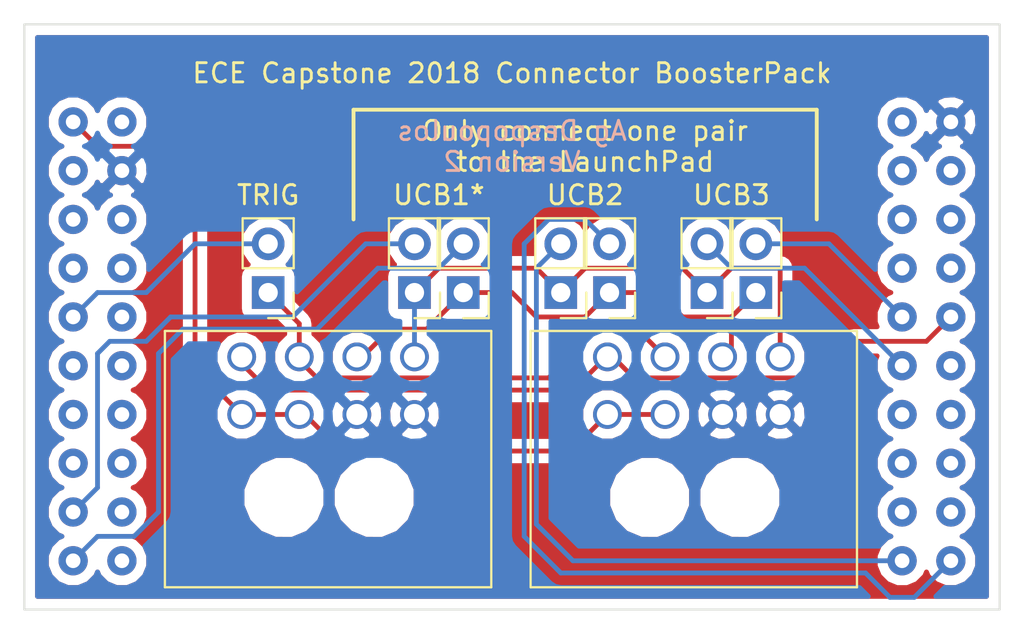
<source format=kicad_pcb>
(kicad_pcb (version 4) (host pcbnew 4.0.7-e2-6376~58~ubuntu16.04.1)

  (general
    (links 28)
    (no_connects 0)
    (area 144.729999 77.419999 195.630001 108.000001)
    (thickness 1.6)
    (drawings 14)
    (tracks 95)
    (zones 0)
    (modules 10)
    (nets 43)
  )

  (page A4)
  (layers
    (0 F.Cu signal)
    (31 B.Cu signal)
    (32 B.Adhes user)
    (33 F.Adhes user)
    (34 B.Paste user)
    (35 F.Paste user)
    (36 B.SilkS user)
    (37 F.SilkS user)
    (38 B.Mask user)
    (39 F.Mask user)
    (40 Dwgs.User user)
    (41 Cmts.User user)
    (42 Eco1.User user)
    (43 Eco2.User user)
    (44 Edge.Cuts user)
    (45 Margin user)
    (46 B.CrtYd user)
    (47 F.CrtYd user)
    (48 B.Fab user)
    (49 F.Fab user)
  )

  (setup
    (last_trace_width 0.25)
    (trace_clearance 0.2)
    (zone_clearance 0.508)
    (zone_45_only no)
    (trace_min 0.2)
    (segment_width 0.2)
    (edge_width 0.1)
    (via_size 0.6)
    (via_drill 0.4)
    (via_min_size 0.4)
    (via_min_drill 0.3)
    (uvia_size 0.3)
    (uvia_drill 0.1)
    (uvias_allowed no)
    (uvia_min_size 0.2)
    (uvia_min_drill 0.1)
    (pcb_text_width 0.3)
    (pcb_text_size 1.5 1.5)
    (mod_edge_width 0.15)
    (mod_text_size 1 1)
    (mod_text_width 0.15)
    (pad_size 1.5 1.5)
    (pad_drill 0.6)
    (pad_to_mask_clearance 0)
    (aux_axis_origin 0 0)
    (visible_elements FFFFFF7F)
    (pcbplotparams
      (layerselection 0x00030_80000001)
      (usegerberextensions false)
      (excludeedgelayer true)
      (linewidth 0.100000)
      (plotframeref false)
      (viasonmask false)
      (mode 1)
      (useauxorigin false)
      (hpglpennumber 1)
      (hpglpenspeed 20)
      (hpglpendiameter 15)
      (hpglpenoverlay 2)
      (psnegative false)
      (psa4output false)
      (plotreference true)
      (plotvalue true)
      (plotinvisibletext false)
      (padsonsilk false)
      (subtractmaskfromsilk false)
      (outputformat 1)
      (mirror false)
      (drillshape 1)
      (scaleselection 1)
      (outputdirectory ""))
  )

  (net 0 "")
  (net 1 /SCL)
  (net 2 GND)
  (net 3 /SDA)
  (net 4 /TRIG)
  (net 5 +3V3)
  (net 6 /RST)
  (net 7 "Net-(J3-Pad2)")
  (net 8 "Net-(J3-Pad3)")
  (net 9 "Net-(J3-Pad4)")
  (net 10 /GPIO_P5)
  (net 11 "Net-(J3-Pad6)")
  (net 12 "Net-(J3-Pad7)")
  (net 13 "Net-(J3-Pad8)")
  (net 14 /UCB1_SCL)
  (net 15 /UCB1_SDA)
  (net 16 /UCB2_SDA)
  (net 17 "Net-(J3-Pad12)")
  (net 18 "Net-(J3-Pad13)")
  (net 19 "Net-(J3-Pad14)")
  (net 20 "Net-(J3-Pad15)")
  (net 21 "Net-(J3-Pad17)")
  (net 22 "Net-(J3-Pad18)")
  (net 23 "Net-(J3-Pad19)")
  (net 24 "Net-(J3-Pad21)")
  (net 25 "Net-(J3-Pad23)")
  (net 26 "Net-(J3-Pad24)")
  (net 27 "Net-(J3-Pad25)")
  (net 28 "Net-(J3-Pad26)")
  (net 29 "Net-(J3-Pad27)")
  (net 30 "Net-(J3-Pad28)")
  (net 31 "Net-(J3-Pad29)")
  (net 32 "Net-(J3-Pad30)")
  (net 33 /UCB2_SCL)
  (net 34 "Net-(J3-Pad32)")
  (net 35 "Net-(J3-Pad33)")
  (net 36 "Net-(J3-Pad34)")
  (net 37 /UCB3_SCL)
  (net 38 /UCB3_SDA)
  (net 39 "Net-(J3-Pad37)")
  (net 40 "Net-(J3-Pad38)")
  (net 41 "Net-(J3-Pad39)")
  (net 42 "Net-(J3-Pad40)")

  (net_class Default "This is the default net class."
    (clearance 0.2)
    (trace_width 0.25)
    (via_dia 0.6)
    (via_drill 0.4)
    (uvia_dia 0.3)
    (uvia_drill 0.1)
    (add_net +3V3)
    (add_net /GPIO_P5)
    (add_net /RST)
    (add_net /SCL)
    (add_net /SDA)
    (add_net /TRIG)
    (add_net /UCB1_SCL)
    (add_net /UCB1_SDA)
    (add_net /UCB2_SCL)
    (add_net /UCB2_SDA)
    (add_net /UCB3_SCL)
    (add_net /UCB3_SDA)
    (add_net GND)
    (add_net "Net-(J3-Pad12)")
    (add_net "Net-(J3-Pad13)")
    (add_net "Net-(J3-Pad14)")
    (add_net "Net-(J3-Pad15)")
    (add_net "Net-(J3-Pad17)")
    (add_net "Net-(J3-Pad18)")
    (add_net "Net-(J3-Pad19)")
    (add_net "Net-(J3-Pad2)")
    (add_net "Net-(J3-Pad21)")
    (add_net "Net-(J3-Pad23)")
    (add_net "Net-(J3-Pad24)")
    (add_net "Net-(J3-Pad25)")
    (add_net "Net-(J3-Pad26)")
    (add_net "Net-(J3-Pad27)")
    (add_net "Net-(J3-Pad28)")
    (add_net "Net-(J3-Pad29)")
    (add_net "Net-(J3-Pad3)")
    (add_net "Net-(J3-Pad30)")
    (add_net "Net-(J3-Pad32)")
    (add_net "Net-(J3-Pad33)")
    (add_net "Net-(J3-Pad34)")
    (add_net "Net-(J3-Pad37)")
    (add_net "Net-(J3-Pad38)")
    (add_net "Net-(J3-Pad39)")
    (add_net "Net-(J3-Pad4)")
    (add_net "Net-(J3-Pad40)")
    (add_net "Net-(J3-Pad6)")
    (add_net "Net-(J3-Pad7)")
    (add_net "Net-(J3-Pad8)")
  )

  (module Connectors_Molex:Molex_Microfit3_Header_02x04_Angled_43045-080x (layer F.Cu) (tedit 5A791FF0) (tstamp 5A790EAF)
    (at 184.15 97.79)
    (descr "Microfit3 angled 02x04 43045-0800")
    (tags "connector Microfit 02x04 angled 3mm pitch")
    (path /5A734646)
    (fp_text reference J2 (at -4 11) (layer F.SilkS) hide
      (effects (font (size 1 1) (thickness 0.15)))
    )
    (fp_text value Conn_01x08 (at -4.5 -6.604) (layer F.Fab) hide
      (effects (font (size 1 1) (thickness 0.15)))
    )
    (fp_line (start -13.2 -4.55) (end -13.2 9.2) (layer F.CrtYd) (width 0.05))
    (fp_line (start -13.2 9.2) (end 4.2 9.2) (layer F.CrtYd) (width 0.05))
    (fp_line (start 4.2 9.2) (end 4.2 -4.55) (layer F.CrtYd) (width 0.05))
    (fp_line (start 4.2 -4.55) (end -13.2 -4.55) (layer F.CrtYd) (width 0.05))
    (fp_line (start -13 9) (end -13 -4.35) (layer F.SilkS) (width 0.12))
    (fp_line (start -13 -4.35) (end 4 -4.35) (layer F.SilkS) (width 0.12))
    (fp_line (start 4 -4.35) (end 4 9) (layer F.SilkS) (width 0.12))
    (fp_line (start 4 9) (end -13 9) (layer F.SilkS) (width 0.12))
    (pad "" np_thru_hole circle (at -2.1 4.32) (size 3.1 3.1) (drill 3.1) (layers *.Cu *.Mask))
    (pad 5 thru_hole circle (at 0 -3) (size 1.5 1.5) (drill 1.1) (layers *.Cu *.Mask)
      (net 1 /SCL))
    (pad 1 thru_hole circle (at 0 0) (size 1.5 1.5) (drill 1.1) (layers *.Cu *.Mask)
      (net 2 GND))
    (pad 2 thru_hole circle (at -3 0) (size 1.5 1.5) (drill 1.1) (layers *.Cu *.Mask)
      (net 2 GND))
    (pad 6 thru_hole circle (at -3 -3) (size 1.5 1.5) (drill 1.1) (layers *.Cu *.Mask)
      (net 3 /SDA))
    (pad 7 thru_hole circle (at -6 -3) (size 1.5 1.5) (drill 1.1) (layers *.Cu *.Mask)
      (net 4 /TRIG))
    (pad 3 thru_hole circle (at -6 0) (size 1.5 1.5) (drill 1.1) (layers *.Cu *.Mask)
      (net 5 +3V3))
    (pad 8 thru_hole circle (at -9 -3) (size 1.5 1.5) (drill 1.1) (layers *.Cu *.Mask)
      (net 6 /RST))
    (pad 4 thru_hole circle (at -9 0) (size 1.5 1.5) (drill 1.1) (layers *.Cu *.Mask)
      (net 5 +3V3))
    (pad "" np_thru_hole circle (at -6.8 4.32) (size 3.1 3.1) (drill 3.1) (layers *.Cu *.Mask))
    (model ${KISYS3DMOD}/Connectors_Molex.3dshapes/Molex_Microfit3_Header_02x04_Angled_43045-080x.wrl
      (at (xyz 0 0 0))
      (scale (xyz 1 1 1))
      (rotate (xyz 0 0 0))
    )
  )

  (module Connectors_Molex:Molex_Microfit3_Header_02x04_Angled_43045-080x (layer F.Cu) (tedit 5A791FED) (tstamp 5A790EA1)
    (at 165.1 97.79)
    (descr "Microfit3 angled 02x04 43045-0800")
    (tags "connector Microfit 02x04 angled 3mm pitch")
    (path /5A7342EE)
    (fp_text reference J1 (at -4 11) (layer F.SilkS) hide
      (effects (font (size 1 1) (thickness 0.15)))
    )
    (fp_text value Conn_01x08 (at -4.5 -6.604) (layer F.Fab) hide
      (effects (font (size 1 1) (thickness 0.15)))
    )
    (fp_line (start -13.2 -4.55) (end -13.2 9.2) (layer F.CrtYd) (width 0.05))
    (fp_line (start -13.2 9.2) (end 4.2 9.2) (layer F.CrtYd) (width 0.05))
    (fp_line (start 4.2 9.2) (end 4.2 -4.55) (layer F.CrtYd) (width 0.05))
    (fp_line (start 4.2 -4.55) (end -13.2 -4.55) (layer F.CrtYd) (width 0.05))
    (fp_line (start -13 9) (end -13 -4.35) (layer F.SilkS) (width 0.12))
    (fp_line (start -13 -4.35) (end 4 -4.35) (layer F.SilkS) (width 0.12))
    (fp_line (start 4 -4.35) (end 4 9) (layer F.SilkS) (width 0.12))
    (fp_line (start 4 9) (end -13 9) (layer F.SilkS) (width 0.12))
    (pad "" np_thru_hole circle (at -2.1 4.32) (size 3.1 3.1) (drill 3.1) (layers *.Cu *.Mask))
    (pad 5 thru_hole circle (at 0 -3) (size 1.5 1.5) (drill 1.1) (layers *.Cu *.Mask)
      (net 1 /SCL))
    (pad 1 thru_hole circle (at 0 0) (size 1.5 1.5) (drill 1.1) (layers *.Cu *.Mask)
      (net 2 GND))
    (pad 2 thru_hole circle (at -3 0) (size 1.5 1.5) (drill 1.1) (layers *.Cu *.Mask)
      (net 2 GND))
    (pad 6 thru_hole circle (at -3 -3) (size 1.5 1.5) (drill 1.1) (layers *.Cu *.Mask)
      (net 3 /SDA))
    (pad 7 thru_hole circle (at -6 -3) (size 1.5 1.5) (drill 1.1) (layers *.Cu *.Mask)
      (net 4 /TRIG))
    (pad 3 thru_hole circle (at -6 0) (size 1.5 1.5) (drill 1.1) (layers *.Cu *.Mask)
      (net 5 +3V3))
    (pad 8 thru_hole circle (at -9 -3) (size 1.5 1.5) (drill 1.1) (layers *.Cu *.Mask)
      (net 6 /RST))
    (pad 4 thru_hole circle (at -9 0) (size 1.5 1.5) (drill 1.1) (layers *.Cu *.Mask)
      (net 5 +3V3))
    (pad "" np_thru_hole circle (at -6.8 4.32) (size 3.1 3.1) (drill 3.1) (layers *.Cu *.Mask))
    (model ${KISYS3DMOD}/Connectors_Molex.3dshapes/Molex_Microfit3_Header_02x04_Angled_43045-080x.wrl
      (at (xyz 0 0 0))
      (scale (xyz 1 1 1))
      (rotate (xyz 0 0 0))
    )
  )

  (module capstone_board_components:ti_boosterpack_40pin locked (layer F.Cu) (tedit 5A791FF3) (tstamp 5A790EDB)
    (at 147.32 105.41)
    (path /5A73471C)
    (fp_text reference J3 (at 2.54 -25.4) (layer F.SilkS) hide
      (effects (font (size 1 1) (thickness 0.15)))
    )
    (fp_text value Conn_01x40 (at 7.62 2.54) (layer F.Fab) hide
      (effects (font (size 1 1) (thickness 0.15)))
    )
    (pad 2 thru_hole circle (at 0 -20.32) (size 1.524 1.524) (drill 0.762) (layers *.Cu *.Mask)
      (net 7 "Net-(J3-Pad2)"))
    (pad 1 thru_hole circle (at 0 -22.86) (size 1.524 1.524) (drill 0.762) (layers *.Cu *.Mask)
      (net 5 +3V3))
    (pad 3 thru_hole circle (at 0 -17.78) (size 1.524 1.524) (drill 0.762) (layers *.Cu *.Mask)
      (net 8 "Net-(J3-Pad3)"))
    (pad 4 thru_hole circle (at 0 -15.24) (size 1.524 1.524) (drill 0.762) (layers *.Cu *.Mask)
      (net 9 "Net-(J3-Pad4)"))
    (pad 5 thru_hole circle (at 0 -12.7) (size 1.524 1.524) (drill 0.762) (layers *.Cu *.Mask)
      (net 10 /GPIO_P5))
    (pad 6 thru_hole circle (at 0 -10.16) (size 1.524 1.524) (drill 0.762) (layers *.Cu *.Mask)
      (net 11 "Net-(J3-Pad6)"))
    (pad 7 thru_hole circle (at 0 -7.62) (size 1.524 1.524) (drill 0.762) (layers *.Cu *.Mask)
      (net 12 "Net-(J3-Pad7)"))
    (pad 8 thru_hole circle (at 0 -5.08) (size 1.524 1.524) (drill 0.762) (layers *.Cu *.Mask)
      (net 13 "Net-(J3-Pad8)"))
    (pad 9 thru_hole circle (at 0 -2.54) (size 1.524 1.524) (drill 0.762) (layers *.Cu *.Mask)
      (net 14 /UCB1_SCL))
    (pad 10 thru_hole circle (at 0 0) (size 1.524 1.524) (drill 0.762) (layers *.Cu *.Mask)
      (net 15 /UCB1_SDA))
    (pad 11 thru_hole circle (at 45.72 0) (size 1.524 1.524) (drill 0.762) (layers *.Cu *.Mask)
      (net 16 /UCB2_SDA))
    (pad 12 thru_hole circle (at 45.72 -2.54) (size 1.524 1.524) (drill 0.762) (layers *.Cu *.Mask)
      (net 17 "Net-(J3-Pad12)"))
    (pad 13 thru_hole circle (at 45.72 -5.08) (size 1.524 1.524) (drill 0.762) (layers *.Cu *.Mask)
      (net 18 "Net-(J3-Pad13)"))
    (pad 14 thru_hole circle (at 45.72 -7.62) (size 1.524 1.524) (drill 0.762) (layers *.Cu *.Mask)
      (net 19 "Net-(J3-Pad14)"))
    (pad 15 thru_hole circle (at 45.72 -10.16) (size 1.524 1.524) (drill 0.762) (layers *.Cu *.Mask)
      (net 20 "Net-(J3-Pad15)"))
    (pad 16 thru_hole circle (at 45.72 -12.7) (size 1.524 1.524) (drill 0.762) (layers *.Cu *.Mask)
      (net 6 /RST))
    (pad 17 thru_hole circle (at 45.72 -15.24) (size 1.524 1.524) (drill 0.762) (layers *.Cu *.Mask)
      (net 21 "Net-(J3-Pad17)"))
    (pad 18 thru_hole circle (at 45.72 -17.78) (size 1.524 1.524) (drill 0.762) (layers *.Cu *.Mask)
      (net 22 "Net-(J3-Pad18)"))
    (pad 19 thru_hole circle (at 45.72 -20.32) (size 1.524 1.524) (drill 0.762) (layers *.Cu *.Mask)
      (net 23 "Net-(J3-Pad19)"))
    (pad 20 thru_hole circle (at 45.72 -22.86) (size 1.524 1.524) (drill 0.762) (layers *.Cu *.Mask)
      (net 2 GND))
    (pad 21 thru_hole circle (at 2.54 -22.86) (size 1.524 1.524) (drill 0.762) (layers *.Cu *.Mask)
      (net 24 "Net-(J3-Pad21)"))
    (pad 22 thru_hole circle (at 2.54 -20.32) (size 1.524 1.524) (drill 0.762) (layers *.Cu *.Mask)
      (net 2 GND))
    (pad 23 thru_hole circle (at 2.54 -17.78) (size 1.524 1.524) (drill 0.762) (layers *.Cu *.Mask)
      (net 25 "Net-(J3-Pad23)"))
    (pad 24 thru_hole circle (at 2.54 -15.24) (size 1.524 1.524) (drill 0.762) (layers *.Cu *.Mask)
      (net 26 "Net-(J3-Pad24)"))
    (pad 25 thru_hole circle (at 2.54 -12.7) (size 1.524 1.524) (drill 0.762) (layers *.Cu *.Mask)
      (net 27 "Net-(J3-Pad25)"))
    (pad 26 thru_hole circle (at 2.54 -10.16) (size 1.524 1.524) (drill 0.762) (layers *.Cu *.Mask)
      (net 28 "Net-(J3-Pad26)"))
    (pad 27 thru_hole circle (at 2.54 -7.62) (size 1.524 1.524) (drill 0.762) (layers *.Cu *.Mask)
      (net 29 "Net-(J3-Pad27)"))
    (pad 28 thru_hole circle (at 2.54 -5.08) (size 1.524 1.524) (drill 0.762) (layers *.Cu *.Mask)
      (net 30 "Net-(J3-Pad28)"))
    (pad 29 thru_hole circle (at 2.54 -2.54) (size 1.524 1.524) (drill 0.762) (layers *.Cu *.Mask)
      (net 31 "Net-(J3-Pad29)"))
    (pad 30 thru_hole circle (at 2.54 0) (size 1.524 1.524) (drill 0.762) (layers *.Cu *.Mask)
      (net 32 "Net-(J3-Pad30)"))
    (pad 31 thru_hole circle (at 43.18 0) (size 1.524 1.524) (drill 0.762) (layers *.Cu *.Mask)
      (net 33 /UCB2_SCL))
    (pad 32 thru_hole circle (at 43.18 -2.54) (size 1.524 1.524) (drill 0.762) (layers *.Cu *.Mask)
      (net 34 "Net-(J3-Pad32)"))
    (pad 33 thru_hole circle (at 43.18 -5.08) (size 1.524 1.524) (drill 0.762) (layers *.Cu *.Mask)
      (net 35 "Net-(J3-Pad33)"))
    (pad 34 thru_hole circle (at 43.18 -7.62) (size 1.524 1.524) (drill 0.762) (layers *.Cu *.Mask)
      (net 36 "Net-(J3-Pad34)"))
    (pad 35 thru_hole circle (at 43.18 -10.16) (size 1.524 1.524) (drill 0.762) (layers *.Cu *.Mask)
      (net 37 /UCB3_SCL))
    (pad 36 thru_hole circle (at 43.18 -12.7) (size 1.524 1.524) (drill 0.762) (layers *.Cu *.Mask)
      (net 38 /UCB3_SDA))
    (pad 37 thru_hole circle (at 43.18 -15.24) (size 1.524 1.524) (drill 0.762) (layers *.Cu *.Mask)
      (net 39 "Net-(J3-Pad37)"))
    (pad 38 thru_hole circle (at 43.18 -17.78) (size 1.524 1.524) (drill 0.762) (layers *.Cu *.Mask)
      (net 40 "Net-(J3-Pad38)"))
    (pad 39 thru_hole circle (at 43.18 -20.32) (size 1.524 1.524) (drill 0.762) (layers *.Cu *.Mask)
      (net 41 "Net-(J3-Pad39)"))
    (pad 40 thru_hole circle (at 43.18 -22.86) (size 1.524 1.524) (drill 0.762) (layers *.Cu *.Mask)
      (net 42 "Net-(J3-Pad40)"))
  )

  (module Pin_Headers:Pin_Header_Straight_1x02_Pitch2.54mm (layer F.Cu) (tedit 5A791256) (tstamp 5A790EE1)
    (at 165.1 91.44 180)
    (descr "Through hole straight pin header, 1x02, 2.54mm pitch, single row")
    (tags "Through hole pin header THT 1x02 2.54mm single row")
    (path /5A790ADD)
    (fp_text reference JP1 (at 0 -2.33 180) (layer F.SilkS) hide
      (effects (font (size 1 1) (thickness 0.15)))
    )
    (fp_text value Jumper (at 0 4.87 180) (layer F.Fab) hide
      (effects (font (size 1 1) (thickness 0.15)))
    )
    (fp_line (start -0.635 -1.27) (end 1.27 -1.27) (layer F.Fab) (width 0.1))
    (fp_line (start 1.27 -1.27) (end 1.27 3.81) (layer F.Fab) (width 0.1))
    (fp_line (start 1.27 3.81) (end -1.27 3.81) (layer F.Fab) (width 0.1))
    (fp_line (start -1.27 3.81) (end -1.27 -0.635) (layer F.Fab) (width 0.1))
    (fp_line (start -1.27 -0.635) (end -0.635 -1.27) (layer F.Fab) (width 0.1))
    (fp_line (start -1.33 3.87) (end 1.33 3.87) (layer F.SilkS) (width 0.12))
    (fp_line (start -1.33 1.27) (end -1.33 3.87) (layer F.SilkS) (width 0.12))
    (fp_line (start 1.33 1.27) (end 1.33 3.87) (layer F.SilkS) (width 0.12))
    (fp_line (start -1.33 1.27) (end 1.33 1.27) (layer F.SilkS) (width 0.12))
    (fp_line (start -1.33 0) (end -1.33 -1.33) (layer F.SilkS) (width 0.12))
    (fp_line (start -1.33 -1.33) (end 0 -1.33) (layer F.SilkS) (width 0.12))
    (fp_line (start -1.8 -1.8) (end -1.8 4.35) (layer F.CrtYd) (width 0.05))
    (fp_line (start -1.8 4.35) (end 1.8 4.35) (layer F.CrtYd) (width 0.05))
    (fp_line (start 1.8 4.35) (end 1.8 -1.8) (layer F.CrtYd) (width 0.05))
    (fp_line (start 1.8 -1.8) (end -1.8 -1.8) (layer F.CrtYd) (width 0.05))
    (fp_text user %R (at 0 1.27 270) (layer F.Fab)
      (effects (font (size 1 1) (thickness 0.15)))
    )
    (pad 1 thru_hole rect (at 0 0 180) (size 1.7 1.7) (drill 1) (layers *.Cu *.Mask)
      (net 1 /SCL))
    (pad 2 thru_hole oval (at 0 2.54 180) (size 1.7 1.7) (drill 1) (layers *.Cu *.Mask)
      (net 14 /UCB1_SCL))
    (model ${KISYS3DMOD}/Pin_Headers.3dshapes/Pin_Header_Straight_1x02_Pitch2.54mm.wrl
      (at (xyz 0 0 0))
      (scale (xyz 1 1 1))
      (rotate (xyz 0 0 0))
    )
  )

  (module Pin_Headers:Pin_Header_Straight_1x02_Pitch2.54mm (layer F.Cu) (tedit 5A79125A) (tstamp 5A790EE7)
    (at 167.64 91.44 180)
    (descr "Through hole straight pin header, 1x02, 2.54mm pitch, single row")
    (tags "Through hole pin header THT 1x02 2.54mm single row")
    (path /5A790BF2)
    (fp_text reference JP2 (at 0 -2.33 180) (layer F.SilkS) hide
      (effects (font (size 1 1) (thickness 0.15)))
    )
    (fp_text value Jumper (at 0 4.87 180) (layer F.Fab) hide
      (effects (font (size 1 1) (thickness 0.15)))
    )
    (fp_line (start -0.635 -1.27) (end 1.27 -1.27) (layer F.Fab) (width 0.1))
    (fp_line (start 1.27 -1.27) (end 1.27 3.81) (layer F.Fab) (width 0.1))
    (fp_line (start 1.27 3.81) (end -1.27 3.81) (layer F.Fab) (width 0.1))
    (fp_line (start -1.27 3.81) (end -1.27 -0.635) (layer F.Fab) (width 0.1))
    (fp_line (start -1.27 -0.635) (end -0.635 -1.27) (layer F.Fab) (width 0.1))
    (fp_line (start -1.33 3.87) (end 1.33 3.87) (layer F.SilkS) (width 0.12))
    (fp_line (start -1.33 1.27) (end -1.33 3.87) (layer F.SilkS) (width 0.12))
    (fp_line (start 1.33 1.27) (end 1.33 3.87) (layer F.SilkS) (width 0.12))
    (fp_line (start -1.33 1.27) (end 1.33 1.27) (layer F.SilkS) (width 0.12))
    (fp_line (start -1.33 0) (end -1.33 -1.33) (layer F.SilkS) (width 0.12))
    (fp_line (start -1.33 -1.33) (end 0 -1.33) (layer F.SilkS) (width 0.12))
    (fp_line (start -1.8 -1.8) (end -1.8 4.35) (layer F.CrtYd) (width 0.05))
    (fp_line (start -1.8 4.35) (end 1.8 4.35) (layer F.CrtYd) (width 0.05))
    (fp_line (start 1.8 4.35) (end 1.8 -1.8) (layer F.CrtYd) (width 0.05))
    (fp_line (start 1.8 -1.8) (end -1.8 -1.8) (layer F.CrtYd) (width 0.05))
    (fp_text user %R (at 0 1.27 270) (layer F.Fab)
      (effects (font (size 1 1) (thickness 0.15)))
    )
    (pad 1 thru_hole rect (at 0 0 180) (size 1.7 1.7) (drill 1) (layers *.Cu *.Mask)
      (net 3 /SDA))
    (pad 2 thru_hole oval (at 0 2.54 180) (size 1.7 1.7) (drill 1) (layers *.Cu *.Mask)
      (net 15 /UCB1_SDA))
    (model ${KISYS3DMOD}/Pin_Headers.3dshapes/Pin_Header_Straight_1x02_Pitch2.54mm.wrl
      (at (xyz 0 0 0))
      (scale (xyz 1 1 1))
      (rotate (xyz 0 0 0))
    )
  )

  (module Pin_Headers:Pin_Header_Straight_1x02_Pitch2.54mm (layer F.Cu) (tedit 5A791264) (tstamp 5A790EED)
    (at 172.72 91.44 180)
    (descr "Through hole straight pin header, 1x02, 2.54mm pitch, single row")
    (tags "Through hole pin header THT 1x02 2.54mm single row")
    (path /5A791098)
    (fp_text reference JP3 (at 0 -2.33 180) (layer F.SilkS) hide
      (effects (font (size 1 1) (thickness 0.15)))
    )
    (fp_text value Jumper (at 0 4.87 180) (layer F.Fab) hide
      (effects (font (size 1 1) (thickness 0.15)))
    )
    (fp_line (start -0.635 -1.27) (end 1.27 -1.27) (layer F.Fab) (width 0.1))
    (fp_line (start 1.27 -1.27) (end 1.27 3.81) (layer F.Fab) (width 0.1))
    (fp_line (start 1.27 3.81) (end -1.27 3.81) (layer F.Fab) (width 0.1))
    (fp_line (start -1.27 3.81) (end -1.27 -0.635) (layer F.Fab) (width 0.1))
    (fp_line (start -1.27 -0.635) (end -0.635 -1.27) (layer F.Fab) (width 0.1))
    (fp_line (start -1.33 3.87) (end 1.33 3.87) (layer F.SilkS) (width 0.12))
    (fp_line (start -1.33 1.27) (end -1.33 3.87) (layer F.SilkS) (width 0.12))
    (fp_line (start 1.33 1.27) (end 1.33 3.87) (layer F.SilkS) (width 0.12))
    (fp_line (start -1.33 1.27) (end 1.33 1.27) (layer F.SilkS) (width 0.12))
    (fp_line (start -1.33 0) (end -1.33 -1.33) (layer F.SilkS) (width 0.12))
    (fp_line (start -1.33 -1.33) (end 0 -1.33) (layer F.SilkS) (width 0.12))
    (fp_line (start -1.8 -1.8) (end -1.8 4.35) (layer F.CrtYd) (width 0.05))
    (fp_line (start -1.8 4.35) (end 1.8 4.35) (layer F.CrtYd) (width 0.05))
    (fp_line (start 1.8 4.35) (end 1.8 -1.8) (layer F.CrtYd) (width 0.05))
    (fp_line (start 1.8 -1.8) (end -1.8 -1.8) (layer F.CrtYd) (width 0.05))
    (fp_text user %R (at 0 1.27 270) (layer F.Fab)
      (effects (font (size 1 1) (thickness 0.15)))
    )
    (pad 1 thru_hole rect (at 0 0 180) (size 1.7 1.7) (drill 1) (layers *.Cu *.Mask)
      (net 1 /SCL))
    (pad 2 thru_hole oval (at 0 2.54 180) (size 1.7 1.7) (drill 1) (layers *.Cu *.Mask)
      (net 33 /UCB2_SCL))
    (model ${KISYS3DMOD}/Pin_Headers.3dshapes/Pin_Header_Straight_1x02_Pitch2.54mm.wrl
      (at (xyz 0 0 0))
      (scale (xyz 1 1 1))
      (rotate (xyz 0 0 0))
    )
  )

  (module Pin_Headers:Pin_Header_Straight_1x02_Pitch2.54mm (layer F.Cu) (tedit 5A791261) (tstamp 5A790EF3)
    (at 175.26 91.44 180)
    (descr "Through hole straight pin header, 1x02, 2.54mm pitch, single row")
    (tags "Through hole pin header THT 1x02 2.54mm single row")
    (path /5A79109E)
    (fp_text reference JP4 (at 0 -2.33 180) (layer F.SilkS) hide
      (effects (font (size 1 1) (thickness 0.15)))
    )
    (fp_text value Jumper (at 0 4.87 180) (layer F.Fab) hide
      (effects (font (size 1 1) (thickness 0.15)))
    )
    (fp_line (start -0.635 -1.27) (end 1.27 -1.27) (layer F.Fab) (width 0.1))
    (fp_line (start 1.27 -1.27) (end 1.27 3.81) (layer F.Fab) (width 0.1))
    (fp_line (start 1.27 3.81) (end -1.27 3.81) (layer F.Fab) (width 0.1))
    (fp_line (start -1.27 3.81) (end -1.27 -0.635) (layer F.Fab) (width 0.1))
    (fp_line (start -1.27 -0.635) (end -0.635 -1.27) (layer F.Fab) (width 0.1))
    (fp_line (start -1.33 3.87) (end 1.33 3.87) (layer F.SilkS) (width 0.12))
    (fp_line (start -1.33 1.27) (end -1.33 3.87) (layer F.SilkS) (width 0.12))
    (fp_line (start 1.33 1.27) (end 1.33 3.87) (layer F.SilkS) (width 0.12))
    (fp_line (start -1.33 1.27) (end 1.33 1.27) (layer F.SilkS) (width 0.12))
    (fp_line (start -1.33 0) (end -1.33 -1.33) (layer F.SilkS) (width 0.12))
    (fp_line (start -1.33 -1.33) (end 0 -1.33) (layer F.SilkS) (width 0.12))
    (fp_line (start -1.8 -1.8) (end -1.8 4.35) (layer F.CrtYd) (width 0.05))
    (fp_line (start -1.8 4.35) (end 1.8 4.35) (layer F.CrtYd) (width 0.05))
    (fp_line (start 1.8 4.35) (end 1.8 -1.8) (layer F.CrtYd) (width 0.05))
    (fp_line (start 1.8 -1.8) (end -1.8 -1.8) (layer F.CrtYd) (width 0.05))
    (fp_text user %R (at 0 1.27 270) (layer F.Fab)
      (effects (font (size 1 1) (thickness 0.15)))
    )
    (pad 1 thru_hole rect (at 0 0 180) (size 1.7 1.7) (drill 1) (layers *.Cu *.Mask)
      (net 3 /SDA))
    (pad 2 thru_hole oval (at 0 2.54 180) (size 1.7 1.7) (drill 1) (layers *.Cu *.Mask)
      (net 16 /UCB2_SDA))
    (model ${KISYS3DMOD}/Pin_Headers.3dshapes/Pin_Header_Straight_1x02_Pitch2.54mm.wrl
      (at (xyz 0 0 0))
      (scale (xyz 1 1 1))
      (rotate (xyz 0 0 0))
    )
  )

  (module Pin_Headers:Pin_Header_Straight_1x02_Pitch2.54mm (layer F.Cu) (tedit 5A791268) (tstamp 5A790EF9)
    (at 180.34 91.44 180)
    (descr "Through hole straight pin header, 1x02, 2.54mm pitch, single row")
    (tags "Through hole pin header THT 1x02 2.54mm single row")
    (path /5A791198)
    (fp_text reference JP5 (at 0 -2.33 180) (layer F.SilkS) hide
      (effects (font (size 1 1) (thickness 0.15)))
    )
    (fp_text value Jumper (at 0 4.87 180) (layer F.Fab) hide
      (effects (font (size 1 1) (thickness 0.15)))
    )
    (fp_line (start -0.635 -1.27) (end 1.27 -1.27) (layer F.Fab) (width 0.1))
    (fp_line (start 1.27 -1.27) (end 1.27 3.81) (layer F.Fab) (width 0.1))
    (fp_line (start 1.27 3.81) (end -1.27 3.81) (layer F.Fab) (width 0.1))
    (fp_line (start -1.27 3.81) (end -1.27 -0.635) (layer F.Fab) (width 0.1))
    (fp_line (start -1.27 -0.635) (end -0.635 -1.27) (layer F.Fab) (width 0.1))
    (fp_line (start -1.33 3.87) (end 1.33 3.87) (layer F.SilkS) (width 0.12))
    (fp_line (start -1.33 1.27) (end -1.33 3.87) (layer F.SilkS) (width 0.12))
    (fp_line (start 1.33 1.27) (end 1.33 3.87) (layer F.SilkS) (width 0.12))
    (fp_line (start -1.33 1.27) (end 1.33 1.27) (layer F.SilkS) (width 0.12))
    (fp_line (start -1.33 0) (end -1.33 -1.33) (layer F.SilkS) (width 0.12))
    (fp_line (start -1.33 -1.33) (end 0 -1.33) (layer F.SilkS) (width 0.12))
    (fp_line (start -1.8 -1.8) (end -1.8 4.35) (layer F.CrtYd) (width 0.05))
    (fp_line (start -1.8 4.35) (end 1.8 4.35) (layer F.CrtYd) (width 0.05))
    (fp_line (start 1.8 4.35) (end 1.8 -1.8) (layer F.CrtYd) (width 0.05))
    (fp_line (start 1.8 -1.8) (end -1.8 -1.8) (layer F.CrtYd) (width 0.05))
    (fp_text user %R (at 0 1.27 270) (layer F.Fab)
      (effects (font (size 1 1) (thickness 0.15)))
    )
    (pad 1 thru_hole rect (at 0 0 180) (size 1.7 1.7) (drill 1) (layers *.Cu *.Mask)
      (net 1 /SCL))
    (pad 2 thru_hole oval (at 0 2.54 180) (size 1.7 1.7) (drill 1) (layers *.Cu *.Mask)
      (net 37 /UCB3_SCL))
    (model ${KISYS3DMOD}/Pin_Headers.3dshapes/Pin_Header_Straight_1x02_Pitch2.54mm.wrl
      (at (xyz 0 0 0))
      (scale (xyz 1 1 1))
      (rotate (xyz 0 0 0))
    )
  )

  (module Pin_Headers:Pin_Header_Straight_1x02_Pitch2.54mm (layer F.Cu) (tedit 5A791274) (tstamp 5A790EFF)
    (at 182.88 91.44 180)
    (descr "Through hole straight pin header, 1x02, 2.54mm pitch, single row")
    (tags "Through hole pin header THT 1x02 2.54mm single row")
    (path /5A79119E)
    (fp_text reference JP6 (at 0 -2.33 180) (layer F.SilkS) hide
      (effects (font (size 1 1) (thickness 0.15)))
    )
    (fp_text value Jumper (at 0 4.87 180) (layer F.Fab) hide
      (effects (font (size 1 1) (thickness 0.15)))
    )
    (fp_line (start -0.635 -1.27) (end 1.27 -1.27) (layer F.Fab) (width 0.1))
    (fp_line (start 1.27 -1.27) (end 1.27 3.81) (layer F.Fab) (width 0.1))
    (fp_line (start 1.27 3.81) (end -1.27 3.81) (layer F.Fab) (width 0.1))
    (fp_line (start -1.27 3.81) (end -1.27 -0.635) (layer F.Fab) (width 0.1))
    (fp_line (start -1.27 -0.635) (end -0.635 -1.27) (layer F.Fab) (width 0.1))
    (fp_line (start -1.33 3.87) (end 1.33 3.87) (layer F.SilkS) (width 0.12))
    (fp_line (start -1.33 1.27) (end -1.33 3.87) (layer F.SilkS) (width 0.12))
    (fp_line (start 1.33 1.27) (end 1.33 3.87) (layer F.SilkS) (width 0.12))
    (fp_line (start -1.33 1.27) (end 1.33 1.27) (layer F.SilkS) (width 0.12))
    (fp_line (start -1.33 0) (end -1.33 -1.33) (layer F.SilkS) (width 0.12))
    (fp_line (start -1.33 -1.33) (end 0 -1.33) (layer F.SilkS) (width 0.12))
    (fp_line (start -1.8 -1.8) (end -1.8 4.35) (layer F.CrtYd) (width 0.05))
    (fp_line (start -1.8 4.35) (end 1.8 4.35) (layer F.CrtYd) (width 0.05))
    (fp_line (start 1.8 4.35) (end 1.8 -1.8) (layer F.CrtYd) (width 0.05))
    (fp_line (start 1.8 -1.8) (end -1.8 -1.8) (layer F.CrtYd) (width 0.05))
    (fp_text user %R (at 0 1.27 270) (layer F.Fab)
      (effects (font (size 1 1) (thickness 0.15)))
    )
    (pad 1 thru_hole rect (at 0 0 180) (size 1.7 1.7) (drill 1) (layers *.Cu *.Mask)
      (net 3 /SDA))
    (pad 2 thru_hole oval (at 0 2.54 180) (size 1.7 1.7) (drill 1) (layers *.Cu *.Mask)
      (net 38 /UCB3_SDA))
    (model ${KISYS3DMOD}/Pin_Headers.3dshapes/Pin_Header_Straight_1x02_Pitch2.54mm.wrl
      (at (xyz 0 0 0))
      (scale (xyz 1 1 1))
      (rotate (xyz 0 0 0))
    )
  )

  (module Pin_Headers:Pin_Header_Straight_1x02_Pitch2.54mm (layer F.Cu) (tedit 5A791277) (tstamp 5A790F05)
    (at 157.48 91.44 180)
    (descr "Through hole straight pin header, 1x02, 2.54mm pitch, single row")
    (tags "Through hole pin header THT 1x02 2.54mm single row")
    (path /5A7912B7)
    (fp_text reference JP7 (at 0 -2.33 180) (layer F.SilkS) hide
      (effects (font (size 1 1) (thickness 0.15)))
    )
    (fp_text value Jumper (at 0 4.87 180) (layer F.Fab) hide
      (effects (font (size 1 1) (thickness 0.15)))
    )
    (fp_line (start -0.635 -1.27) (end 1.27 -1.27) (layer F.Fab) (width 0.1))
    (fp_line (start 1.27 -1.27) (end 1.27 3.81) (layer F.Fab) (width 0.1))
    (fp_line (start 1.27 3.81) (end -1.27 3.81) (layer F.Fab) (width 0.1))
    (fp_line (start -1.27 3.81) (end -1.27 -0.635) (layer F.Fab) (width 0.1))
    (fp_line (start -1.27 -0.635) (end -0.635 -1.27) (layer F.Fab) (width 0.1))
    (fp_line (start -1.33 3.87) (end 1.33 3.87) (layer F.SilkS) (width 0.12))
    (fp_line (start -1.33 1.27) (end -1.33 3.87) (layer F.SilkS) (width 0.12))
    (fp_line (start 1.33 1.27) (end 1.33 3.87) (layer F.SilkS) (width 0.12))
    (fp_line (start -1.33 1.27) (end 1.33 1.27) (layer F.SilkS) (width 0.12))
    (fp_line (start -1.33 0) (end -1.33 -1.33) (layer F.SilkS) (width 0.12))
    (fp_line (start -1.33 -1.33) (end 0 -1.33) (layer F.SilkS) (width 0.12))
    (fp_line (start -1.8 -1.8) (end -1.8 4.35) (layer F.CrtYd) (width 0.05))
    (fp_line (start -1.8 4.35) (end 1.8 4.35) (layer F.CrtYd) (width 0.05))
    (fp_line (start 1.8 4.35) (end 1.8 -1.8) (layer F.CrtYd) (width 0.05))
    (fp_line (start 1.8 -1.8) (end -1.8 -1.8) (layer F.CrtYd) (width 0.05))
    (fp_text user %R (at 0 1.27 270) (layer F.Fab)
      (effects (font (size 1 1) (thickness 0.15)))
    )
    (pad 1 thru_hole rect (at 0 0 180) (size 1.7 1.7) (drill 1) (layers *.Cu *.Mask)
      (net 4 /TRIG))
    (pad 2 thru_hole oval (at 0 2.54 180) (size 1.7 1.7) (drill 1) (layers *.Cu *.Mask)
      (net 10 /GPIO_P5))
    (model ${KISYS3DMOD}/Pin_Headers.3dshapes/Pin_Header_Straight_1x02_Pitch2.54mm.wrl
      (at (xyz 0 0 0))
      (scale (xyz 1 1 1))
      (rotate (xyz 0 0 0))
    )
  )

  (gr_line (start 195.58 77.47) (end 144.78 77.47) (angle 90) (layer Edge.Cuts) (width 0.1))
  (gr_line (start 195.58 107.95) (end 195.58 77.47) (angle 90) (layer Edge.Cuts) (width 0.1))
  (gr_line (start 144.78 107.95) (end 195.58 107.95) (angle 90) (layer Edge.Cuts) (width 0.1))
  (gr_line (start 144.78 77.47) (end 144.78 107.95) (angle 90) (layer Edge.Cuts) (width 0.1))
  (gr_text "Ag Despopoulos\nVersion 2" (at 170.18 83.82) (layer B.SilkS)
    (effects (font (size 1 1) (thickness 0.15)) (justify mirror))
  )
  (gr_line (start 186.055 81.915) (end 186.055 87.63) (angle 90) (layer F.SilkS) (width 0.2))
  (gr_line (start 161.925 81.915) (end 186.055 81.915) (angle 90) (layer F.SilkS) (width 0.2))
  (gr_line (start 161.925 87.63) (end 161.925 81.915) (angle 90) (layer F.SilkS) (width 0.2))
  (gr_text "ECE Capstone 2018 Connector BoosterPack" (at 170.18 80.01) (layer F.SilkS)
    (effects (font (size 1 1) (thickness 0.15)))
  )
  (gr_text "Only connect one pair\nto the LaunchPad" (at 173.99 83.82) (layer F.SilkS)
    (effects (font (size 1 1) (thickness 0.15)))
  )
  (gr_text TRIG (at 157.48 86.36) (layer F.SilkS)
    (effects (font (size 1 1) (thickness 0.15)))
  )
  (gr_text UCB3 (at 181.61 86.36) (layer F.SilkS)
    (effects (font (size 1 1) (thickness 0.15)))
  )
  (gr_text UCB2 (at 173.99 86.36) (layer F.SilkS)
    (effects (font (size 1 1) (thickness 0.15)))
  )
  (gr_text UCB1* (at 166.37 86.36) (layer F.SilkS)
    (effects (font (size 1 1) (thickness 0.15)))
  )

  (segment (start 180.34 91.44) (end 181.61 90.17) (width 0.25) (layer F.Cu) (net 1))
  (segment (start 184.15 90.17) (end 184.15 94.79) (width 0.25) (layer F.Cu) (net 1) (tstamp 5A791979))
  (segment (start 181.61 90.17) (end 184.15 90.17) (width 0.25) (layer F.Cu) (net 1) (tstamp 5A791978))
  (segment (start 172.72 91.44) (end 173.99 90.17) (width 0.25) (layer F.Cu) (net 1))
  (segment (start 179.07 90.17) (end 180.34 91.44) (width 0.25) (layer F.Cu) (net 1) (tstamp 5A791951))
  (segment (start 173.99 90.17) (end 179.07 90.17) (width 0.25) (layer F.Cu) (net 1) (tstamp 5A791950))
  (segment (start 165.1 91.44) (end 166.37 90.17) (width 0.25) (layer F.Cu) (net 1))
  (segment (start 171.45 90.17) (end 172.72 91.44) (width 0.25) (layer F.Cu) (net 1) (tstamp 5A791925))
  (segment (start 166.37 90.17) (end 171.45 90.17) (width 0.25) (layer F.Cu) (net 1) (tstamp 5A791924))
  (segment (start 165.1 94.79) (end 165.1 91.44) (width 0.25) (layer B.Cu) (net 1))
  (segment (start 181.61 92.71) (end 181.61 94.33) (width 0.25) (layer F.Cu) (net 3))
  (segment (start 181.61 94.33) (end 181.15 94.79) (width 0.25) (layer F.Cu) (net 3) (tstamp 5A791962))
  (segment (start 175.26 91.44) (end 177.8 91.44) (width 0.25) (layer F.Cu) (net 3))
  (segment (start 181.61 92.71) (end 182.88 91.44) (width 0.25) (layer F.Cu) (net 3) (tstamp 5A79195D))
  (segment (start 179.07 92.71) (end 181.61 92.71) (width 0.25) (layer F.Cu) (net 3) (tstamp 5A79195B))
  (segment (start 177.8 91.44) (end 179.07 92.71) (width 0.25) (layer F.Cu) (net 3) (tstamp 5A791958))
  (segment (start 167.64 91.44) (end 170.18 91.44) (width 0.25) (layer F.Cu) (net 3))
  (segment (start 173.99 92.71) (end 175.26 91.44) (width 0.25) (layer F.Cu) (net 3) (tstamp 5A79194C))
  (segment (start 171.45 92.71) (end 173.99 92.71) (width 0.25) (layer F.Cu) (net 3) (tstamp 5A79194A))
  (segment (start 170.18 91.44) (end 171.45 92.71) (width 0.25) (layer F.Cu) (net 3) (tstamp 5A791947))
  (segment (start 162.1 94.79) (end 162.385 94.79) (width 0.25) (layer F.Cu) (net 3))
  (segment (start 162.385 94.79) (end 163.83 93.345) (width 0.25) (layer F.Cu) (net 3) (tstamp 5A7918FA))
  (segment (start 163.83 93.345) (end 165.735 93.345) (width 0.25) (layer F.Cu) (net 3) (tstamp 5A7918FF))
  (segment (start 165.735 93.345) (end 167.64 91.44) (width 0.25) (layer F.Cu) (net 3) (tstamp 5A791902))
  (segment (start 168.275 95.885) (end 172.085 95.885) (width 0.25) (layer F.Cu) (net 4))
  (segment (start 160.02 95.885) (end 168.275 95.885) (width 0.25) (layer F.Cu) (net 4) (tstamp 5A7919DE))
  (segment (start 159.1 94.965) (end 160.02 95.885) (width 0.25) (layer F.Cu) (net 4) (tstamp 5A7919DC))
  (segment (start 176.705 93.345) (end 178.15 94.79) (width 0.25) (layer F.Cu) (net 4) (tstamp 5A7919F6))
  (segment (start 174.625 93.345) (end 176.705 93.345) (width 0.25) (layer F.Cu) (net 4) (tstamp 5A7919F3))
  (segment (start 172.085 95.885) (end 174.625 93.345) (width 0.25) (layer F.Cu) (net 4) (tstamp 5A7919EF))
  (segment (start 159.1 94.79) (end 159.1 94.965) (width 0.25) (layer F.Cu) (net 4))
  (segment (start 159.1 94.79) (end 159.1 93.06) (width 0.25) (layer F.Cu) (net 4))
  (segment (start 159.1 93.06) (end 157.48 91.44) (width 0.25) (layer F.Cu) (net 4) (tstamp 5A79198E))
  (segment (start 178.15 97.79) (end 175.15 97.79) (width 0.25) (layer F.Cu) (net 5))
  (segment (start 159.1 97.79) (end 159.385 97.79) (width 0.25) (layer F.Cu) (net 5))
  (segment (start 159.385 97.79) (end 161.29 99.695) (width 0.25) (layer F.Cu) (net 5) (tstamp 5A792089))
  (segment (start 173.245 99.695) (end 175.15 97.79) (width 0.25) (layer F.Cu) (net 5) (tstamp 5A792092))
  (segment (start 161.29 99.695) (end 173.245 99.695) (width 0.25) (layer F.Cu) (net 5) (tstamp 5A79208D))
  (segment (start 159.1 97.79) (end 156.1 97.79) (width 0.25) (layer F.Cu) (net 5))
  (segment (start 147.32 82.55) (end 148.59 83.82) (width 0.25) (layer F.Cu) (net 5))
  (segment (start 153.67 95.36) (end 156.1 97.79) (width 0.25) (layer F.Cu) (net 5) (tstamp 5A792077))
  (segment (start 153.67 86.36) (end 153.67 95.36) (width 0.25) (layer F.Cu) (net 5) (tstamp 5A792075))
  (segment (start 151.13 83.82) (end 153.67 86.36) (width 0.25) (layer F.Cu) (net 5) (tstamp 5A792073))
  (segment (start 148.59 83.82) (end 151.13 83.82) (width 0.25) (layer F.Cu) (net 5) (tstamp 5A792072))
  (segment (start 175.15 94.79) (end 175.435 94.79) (width 0.25) (layer F.Cu) (net 6))
  (segment (start 175.435 94.79) (end 176.53 95.885) (width 0.25) (layer F.Cu) (net 6) (tstamp 5A7919FC))
  (segment (start 191.77 93.98) (end 193.04 92.71) (width 0.25) (layer F.Cu) (net 6) (tstamp 5A791A13))
  (segment (start 187.96 93.98) (end 191.77 93.98) (width 0.25) (layer F.Cu) (net 6) (tstamp 5A791A11))
  (segment (start 186.055 95.885) (end 187.96 93.98) (width 0.25) (layer F.Cu) (net 6) (tstamp 5A791A0C))
  (segment (start 176.53 95.885) (end 186.055 95.885) (width 0.25) (layer F.Cu) (net 6) (tstamp 5A791A03))
  (segment (start 156.1 94.79) (end 156.1 95.14) (width 0.25) (layer F.Cu) (net 6))
  (segment (start 156.1 95.14) (end 157.48 96.52) (width 0.25) (layer F.Cu) (net 6) (tstamp 5A7919E1))
  (segment (start 157.48 96.52) (end 168.275 96.52) (width 0.25) (layer F.Cu) (net 6) (tstamp 5A7919E4))
  (segment (start 168.275 96.52) (end 173.355 96.52) (width 0.25) (layer F.Cu) (net 6) (tstamp 5A7919E7))
  (segment (start 173.355 96.52) (end 175.085 94.79) (width 0.25) (layer F.Cu) (net 6) (tstamp 5A7919E8))
  (segment (start 175.085 94.79) (end 175.15 94.79) (width 0.25) (layer F.Cu) (net 6) (tstamp 5A7919EC))
  (segment (start 157.48 88.9) (end 153.67 88.9) (width 0.25) (layer B.Cu) (net 10))
  (segment (start 148.59 91.44) (end 147.32 92.71) (width 0.25) (layer B.Cu) (net 10) (tstamp 5A7920C5))
  (segment (start 151.13 91.44) (end 148.59 91.44) (width 0.25) (layer B.Cu) (net 10) (tstamp 5A7920C3))
  (segment (start 153.67 88.9) (end 151.13 91.44) (width 0.25) (layer B.Cu) (net 10) (tstamp 5A7920BF))
  (segment (start 165.1 88.9) (end 162.56 88.9) (width 0.25) (layer B.Cu) (net 14))
  (segment (start 162.56 88.9) (end 158.75 92.71) (width 0.25) (layer B.Cu) (net 14) (tstamp 5A79C9C0))
  (segment (start 158.75 92.71) (end 152.4 92.71) (width 0.25) (layer B.Cu) (net 14) (tstamp 5A79C9C7))
  (segment (start 152.4 92.71) (end 151.13 93.98) (width 0.25) (layer B.Cu) (net 14) (tstamp 5A79C9D3))
  (segment (start 151.13 93.98) (end 149.225 93.98) (width 0.25) (layer B.Cu) (net 14) (tstamp 5A79C9D8))
  (segment (start 149.225 93.98) (end 148.59 94.615) (width 0.25) (layer B.Cu) (net 14) (tstamp 5A79C9DB))
  (segment (start 148.59 94.615) (end 148.59 101.6) (width 0.25) (layer B.Cu) (net 14) (tstamp 5A79C9DC))
  (segment (start 148.59 101.6) (end 147.32 102.87) (width 0.25) (layer B.Cu) (net 14) (tstamp 5A79C9DD))
  (segment (start 167.64 88.9) (end 166.37 90.17) (width 0.25) (layer B.Cu) (net 15))
  (segment (start 166.37 90.17) (end 163.195 90.17) (width 0.25) (layer B.Cu) (net 15) (tstamp 5A79C9E2))
  (segment (start 163.195 90.17) (end 160.02 93.345) (width 0.25) (layer B.Cu) (net 15) (tstamp 5A79C9E3))
  (segment (start 160.02 93.345) (end 153.035 93.345) (width 0.25) (layer B.Cu) (net 15) (tstamp 5A79C9E4))
  (segment (start 153.035 93.345) (end 151.765 94.615) (width 0.25) (layer B.Cu) (net 15) (tstamp 5A79C9EA))
  (segment (start 151.765 94.615) (end 151.765 102.87) (width 0.25) (layer B.Cu) (net 15) (tstamp 5A79C9ED))
  (segment (start 151.765 102.87) (end 150.495 104.14) (width 0.25) (layer B.Cu) (net 15) (tstamp 5A79C9F4))
  (segment (start 150.495 104.14) (end 148.59 104.14) (width 0.25) (layer B.Cu) (net 15) (tstamp 5A79C9F6))
  (segment (start 148.59 104.14) (end 147.32 105.41) (width 0.25) (layer B.Cu) (net 15) (tstamp 5A79C9F8))
  (segment (start 175.26 88.9) (end 173.99 87.63) (width 0.25) (layer B.Cu) (net 16))
  (segment (start 173.99 87.63) (end 172.085 87.63) (width 0.25) (layer B.Cu) (net 16) (tstamp 5A79CA3B))
  (segment (start 172.085 87.63) (end 170.815 88.9) (width 0.25) (layer B.Cu) (net 16) (tstamp 5A79CA3C))
  (segment (start 170.815 88.9) (end 170.815 104.14) (width 0.25) (layer B.Cu) (net 16) (tstamp 5A79CA3D))
  (segment (start 170.815 104.14) (end 172.72 106.045) (width 0.25) (layer B.Cu) (net 16) (tstamp 5A79CA44))
  (segment (start 172.72 106.045) (end 188.595 106.045) (width 0.25) (layer B.Cu) (net 16) (tstamp 5A79CA46))
  (segment (start 188.595 106.045) (end 189.865 107.315) (width 0.25) (layer B.Cu) (net 16) (tstamp 5A79CA48))
  (segment (start 189.865 107.315) (end 191.135 107.315) (width 0.25) (layer B.Cu) (net 16) (tstamp 5A79CA4A))
  (segment (start 191.135 107.315) (end 193.04 105.41) (width 0.25) (layer B.Cu) (net 16) (tstamp 5A79CA4C))
  (segment (start 172.72 88.9) (end 171.45 90.17) (width 0.25) (layer B.Cu) (net 33))
  (segment (start 171.45 90.17) (end 171.45 103.505) (width 0.25) (layer B.Cu) (net 33) (tstamp 5A79CA28))
  (segment (start 171.45 103.505) (end 173.355 105.41) (width 0.25) (layer B.Cu) (net 33) (tstamp 5A79CA2A))
  (segment (start 173.355 105.41) (end 190.5 105.41) (width 0.25) (layer B.Cu) (net 33) (tstamp 5A79CA37))
  (segment (start 180.34 88.9) (end 181.61 90.17) (width 0.25) (layer B.Cu) (net 37))
  (segment (start 181.61 90.17) (end 185.42 90.17) (width 0.25) (layer B.Cu) (net 37) (tstamp 5A79CA13))
  (segment (start 185.42 90.17) (end 190.5 95.25) (width 0.25) (layer B.Cu) (net 37) (tstamp 5A79CA14))
  (segment (start 182.88 88.9) (end 186.69 88.9) (width 0.25) (layer B.Cu) (net 38))
  (segment (start 186.69 88.9) (end 190.5 92.71) (width 0.25) (layer B.Cu) (net 38) (tstamp 5A79CA0E))

  (zone (net 2) (net_name GND) (layer F.Cu) (tstamp 5A792289) (hatch edge 0.508)
    (connect_pads (clearance 0.508))
    (min_thickness 0.254)
    (fill yes (arc_segments 16) (thermal_gap 0.508) (thermal_bridge_width 0.508))
    (polygon
      (pts
        (xy 196.85 109.22) (xy 143.51 109.22) (xy 143.51 76.2) (xy 196.85 76.2)
      )
    )
    (filled_polygon
      (pts
        (xy 194.895 107.265) (xy 145.465 107.265) (xy 145.465 82.826661) (xy 145.922758 82.826661) (xy 146.13499 83.340303)
        (xy 146.52763 83.733629) (xy 146.735512 83.819949) (xy 146.529697 83.90499) (xy 146.136371 84.29763) (xy 145.923243 84.8109)
        (xy 145.922758 85.366661) (xy 146.13499 85.880303) (xy 146.52763 86.273629) (xy 146.735512 86.359949) (xy 146.529697 86.44499)
        (xy 146.136371 86.83763) (xy 145.923243 87.3509) (xy 145.922758 87.906661) (xy 146.13499 88.420303) (xy 146.52763 88.813629)
        (xy 146.735512 88.899949) (xy 146.529697 88.98499) (xy 146.136371 89.37763) (xy 145.923243 89.8909) (xy 145.922758 90.446661)
        (xy 146.13499 90.960303) (xy 146.52763 91.353629) (xy 146.735512 91.439949) (xy 146.529697 91.52499) (xy 146.136371 91.91763)
        (xy 145.923243 92.4309) (xy 145.922758 92.986661) (xy 146.13499 93.500303) (xy 146.52763 93.893629) (xy 146.735512 93.979949)
        (xy 146.529697 94.06499) (xy 146.136371 94.45763) (xy 145.923243 94.9709) (xy 145.922758 95.526661) (xy 146.13499 96.040303)
        (xy 146.52763 96.433629) (xy 146.735512 96.519949) (xy 146.529697 96.60499) (xy 146.136371 96.99763) (xy 145.923243 97.5109)
        (xy 145.922758 98.066661) (xy 146.13499 98.580303) (xy 146.52763 98.973629) (xy 146.735512 99.059949) (xy 146.529697 99.14499)
        (xy 146.136371 99.53763) (xy 145.923243 100.0509) (xy 145.922758 100.606661) (xy 146.13499 101.120303) (xy 146.52763 101.513629)
        (xy 146.735512 101.599949) (xy 146.529697 101.68499) (xy 146.136371 102.07763) (xy 145.923243 102.5909) (xy 145.922758 103.146661)
        (xy 146.13499 103.660303) (xy 146.52763 104.053629) (xy 146.735512 104.139949) (xy 146.529697 104.22499) (xy 146.136371 104.61763)
        (xy 145.923243 105.1309) (xy 145.922758 105.686661) (xy 146.13499 106.200303) (xy 146.52763 106.593629) (xy 147.0409 106.806757)
        (xy 147.596661 106.807242) (xy 148.110303 106.59501) (xy 148.503629 106.20237) (xy 148.589949 105.994488) (xy 148.67499 106.200303)
        (xy 149.06763 106.593629) (xy 149.5809 106.806757) (xy 150.136661 106.807242) (xy 150.650303 106.59501) (xy 151.043629 106.20237)
        (xy 151.256757 105.6891) (xy 151.257242 105.133339) (xy 151.04501 104.619697) (xy 150.65237 104.226371) (xy 150.444488 104.140051)
        (xy 150.650303 104.05501) (xy 151.043629 103.66237) (xy 151.256757 103.1491) (xy 151.257242 102.593339) (xy 151.236326 102.542717)
        (xy 156.114621 102.542717) (xy 156.446567 103.346086) (xy 157.060681 103.961273) (xy 157.86347 104.29462) (xy 158.732717 104.295379)
        (xy 159.536086 103.963433) (xy 160.151273 103.349319) (xy 160.48462 102.54653) (xy 160.485379 101.677283) (xy 160.153433 100.873914)
        (xy 159.539319 100.258727) (xy 158.73653 99.92538) (xy 157.867283 99.924621) (xy 157.063914 100.256567) (xy 156.448727 100.870681)
        (xy 156.11538 101.67347) (xy 156.114621 102.542717) (xy 151.236326 102.542717) (xy 151.04501 102.079697) (xy 150.65237 101.686371)
        (xy 150.444488 101.600051) (xy 150.650303 101.51501) (xy 151.043629 101.12237) (xy 151.256757 100.6091) (xy 151.257242 100.053339)
        (xy 151.04501 99.539697) (xy 150.65237 99.146371) (xy 150.444488 99.060051) (xy 150.650303 98.97501) (xy 151.043629 98.58237)
        (xy 151.256757 98.0691) (xy 151.257242 97.513339) (xy 151.04501 96.999697) (xy 150.65237 96.606371) (xy 150.444488 96.520051)
        (xy 150.650303 96.43501) (xy 151.043629 96.04237) (xy 151.256757 95.5291) (xy 151.257242 94.973339) (xy 151.04501 94.459697)
        (xy 150.65237 94.066371) (xy 150.444488 93.980051) (xy 150.650303 93.89501) (xy 151.043629 93.50237) (xy 151.256757 92.9891)
        (xy 151.257242 92.433339) (xy 151.04501 91.919697) (xy 150.65237 91.526371) (xy 150.444488 91.440051) (xy 150.650303 91.35501)
        (xy 151.043629 90.96237) (xy 151.256757 90.4491) (xy 151.257242 89.893339) (xy 151.04501 89.379697) (xy 150.65237 88.986371)
        (xy 150.444488 88.900051) (xy 150.650303 88.81501) (xy 151.043629 88.42237) (xy 151.256757 87.9091) (xy 151.257242 87.353339)
        (xy 151.04501 86.839697) (xy 150.65237 86.446371) (xy 150.460273 86.366605) (xy 150.591143 86.312397) (xy 150.660608 86.070213)
        (xy 149.86 85.269605) (xy 149.059392 86.070213) (xy 149.128857 86.312397) (xy 149.269318 86.362509) (xy 149.069697 86.44499)
        (xy 148.676371 86.83763) (xy 148.590051 87.045512) (xy 148.50501 86.839697) (xy 148.11237 86.446371) (xy 147.904488 86.360051)
        (xy 148.110303 86.27501) (xy 148.503629 85.88237) (xy 148.583395 85.690273) (xy 148.637603 85.821143) (xy 148.879787 85.890608)
        (xy 149.680395 85.09) (xy 149.666253 85.075858) (xy 149.845858 84.896253) (xy 149.86 84.910395) (xy 149.874143 84.896253)
        (xy 150.053748 85.075858) (xy 150.039605 85.09) (xy 150.840213 85.890608) (xy 151.082397 85.821143) (xy 151.269144 85.297698)
        (xy 151.255247 85.020049) (xy 152.91 86.674802) (xy 152.91 95.36) (xy 152.967852 95.650839) (xy 153.132599 95.897401)
        (xy 154.724998 97.4898) (xy 154.715241 97.513298) (xy 154.71476 98.064285) (xy 154.925169 98.573515) (xy 155.314436 98.963461)
        (xy 155.823298 99.174759) (xy 156.374285 99.17524) (xy 156.883515 98.964831) (xy 157.273461 98.575564) (xy 157.284076 98.55)
        (xy 157.915453 98.55) (xy 157.925169 98.573515) (xy 158.314436 98.963461) (xy 158.823298 99.174759) (xy 159.374285 99.17524)
        (xy 159.601539 99.081341) (xy 160.752599 100.232401) (xy 160.999161 100.397148) (xy 161.29 100.455) (xy 161.565134 100.455)
        (xy 161.148727 100.870681) (xy 160.81538 101.67347) (xy 160.814621 102.542717) (xy 161.146567 103.346086) (xy 161.760681 103.961273)
        (xy 162.56347 104.29462) (xy 163.432717 104.295379) (xy 164.236086 103.963433) (xy 164.851273 103.349319) (xy 165.18462 102.54653)
        (xy 165.184623 102.542717) (xy 175.164621 102.542717) (xy 175.496567 103.346086) (xy 176.110681 103.961273) (xy 176.91347 104.29462)
        (xy 177.782717 104.295379) (xy 178.586086 103.963433) (xy 179.201273 103.349319) (xy 179.53462 102.54653) (xy 179.534623 102.542717)
        (xy 179.864621 102.542717) (xy 180.196567 103.346086) (xy 180.810681 103.961273) (xy 181.61347 104.29462) (xy 182.482717 104.295379)
        (xy 183.286086 103.963433) (xy 183.901273 103.349319) (xy 184.23462 102.54653) (xy 184.235379 101.677283) (xy 183.903433 100.873914)
        (xy 183.289319 100.258727) (xy 182.48653 99.92538) (xy 181.617283 99.924621) (xy 180.813914 100.256567) (xy 180.198727 100.870681)
        (xy 179.86538 101.67347) (xy 179.864621 102.542717) (xy 179.534623 102.542717) (xy 179.535379 101.677283) (xy 179.203433 100.873914)
        (xy 178.589319 100.258727) (xy 177.78653 99.92538) (xy 176.917283 99.924621) (xy 176.113914 100.256567) (xy 175.498727 100.870681)
        (xy 175.16538 101.67347) (xy 175.164621 102.542717) (xy 165.184623 102.542717) (xy 165.185379 101.677283) (xy 164.853433 100.873914)
        (xy 164.43525 100.455) (xy 173.245 100.455) (xy 173.535839 100.397148) (xy 173.782401 100.232401) (xy 174.8498 99.165002)
        (xy 174.873298 99.174759) (xy 175.424285 99.17524) (xy 175.933515 98.964831) (xy 176.323461 98.575564) (xy 176.334076 98.55)
        (xy 176.965453 98.55) (xy 176.975169 98.573515) (xy 177.364436 98.963461) (xy 177.873298 99.174759) (xy 178.424285 99.17524)
        (xy 178.933515 98.964831) (xy 179.137183 98.761517) (xy 180.358088 98.761517) (xy 180.426077 99.00246) (xy 180.945171 99.187201)
        (xy 181.495448 99.15923) (xy 181.873923 99.00246) (xy 181.941912 98.761517) (xy 183.358088 98.761517) (xy 183.426077 99.00246)
        (xy 183.945171 99.187201) (xy 184.495448 99.15923) (xy 184.873923 99.00246) (xy 184.941912 98.761517) (xy 184.15 97.969605)
        (xy 183.358088 98.761517) (xy 181.941912 98.761517) (xy 181.15 97.969605) (xy 180.358088 98.761517) (xy 179.137183 98.761517)
        (xy 179.323461 98.575564) (xy 179.534759 98.066702) (xy 179.535179 97.585171) (xy 179.752799 97.585171) (xy 179.78077 98.135448)
        (xy 179.93754 98.513923) (xy 180.178483 98.581912) (xy 180.970395 97.79) (xy 181.329605 97.79) (xy 182.121517 98.581912)
        (xy 182.36246 98.513923) (xy 182.547201 97.994829) (xy 182.526378 97.585171) (xy 182.752799 97.585171) (xy 182.78077 98.135448)
        (xy 182.93754 98.513923) (xy 183.178483 98.581912) (xy 183.970395 97.79) (xy 184.329605 97.79) (xy 185.121517 98.581912)
        (xy 185.36246 98.513923) (xy 185.547201 97.994829) (xy 185.51923 97.444552) (xy 185.36246 97.066077) (xy 185.121517 96.998088)
        (xy 184.329605 97.79) (xy 183.970395 97.79) (xy 183.178483 96.998088) (xy 182.93754 97.066077) (xy 182.752799 97.585171)
        (xy 182.526378 97.585171) (xy 182.51923 97.444552) (xy 182.36246 97.066077) (xy 182.121517 96.998088) (xy 181.329605 97.79)
        (xy 180.970395 97.79) (xy 180.178483 96.998088) (xy 179.93754 97.066077) (xy 179.752799 97.585171) (xy 179.535179 97.585171)
        (xy 179.53524 97.515715) (xy 179.324831 97.006485) (xy 178.963975 96.645) (xy 180.407041 96.645) (xy 180.358088 96.818483)
        (xy 181.15 97.610395) (xy 181.941912 96.818483) (xy 181.892959 96.645) (xy 183.407041 96.645) (xy 183.358088 96.818483)
        (xy 184.15 97.610395) (xy 184.941912 96.818483) (xy 184.892959 96.645) (xy 186.055 96.645) (xy 186.345839 96.587148)
        (xy 186.592401 96.422401) (xy 188.274802 94.74) (xy 189.199121 94.74) (xy 189.103243 94.9709) (xy 189.102758 95.526661)
        (xy 189.31499 96.040303) (xy 189.70763 96.433629) (xy 189.915512 96.519949) (xy 189.709697 96.60499) (xy 189.316371 96.99763)
        (xy 189.103243 97.5109) (xy 189.102758 98.066661) (xy 189.31499 98.580303) (xy 189.70763 98.973629) (xy 189.915512 99.059949)
        (xy 189.709697 99.14499) (xy 189.316371 99.53763) (xy 189.103243 100.0509) (xy 189.102758 100.606661) (xy 189.31499 101.120303)
        (xy 189.70763 101.513629) (xy 189.915512 101.599949) (xy 189.709697 101.68499) (xy 189.316371 102.07763) (xy 189.103243 102.5909)
        (xy 189.102758 103.146661) (xy 189.31499 103.660303) (xy 189.70763 104.053629) (xy 189.915512 104.139949) (xy 189.709697 104.22499)
        (xy 189.316371 104.61763) (xy 189.103243 105.1309) (xy 189.102758 105.686661) (xy 189.31499 106.200303) (xy 189.70763 106.593629)
        (xy 190.2209 106.806757) (xy 190.776661 106.807242) (xy 191.290303 106.59501) (xy 191.683629 106.20237) (xy 191.769949 105.994488)
        (xy 191.85499 106.200303) (xy 192.24763 106.593629) (xy 192.7609 106.806757) (xy 193.316661 106.807242) (xy 193.830303 106.59501)
        (xy 194.223629 106.20237) (xy 194.436757 105.6891) (xy 194.437242 105.133339) (xy 194.22501 104.619697) (xy 193.83237 104.226371)
        (xy 193.624488 104.140051) (xy 193.830303 104.05501) (xy 194.223629 103.66237) (xy 194.436757 103.1491) (xy 194.437242 102.593339)
        (xy 194.22501 102.079697) (xy 193.83237 101.686371) (xy 193.624488 101.600051) (xy 193.830303 101.51501) (xy 194.223629 101.12237)
        (xy 194.436757 100.6091) (xy 194.437242 100.053339) (xy 194.22501 99.539697) (xy 193.83237 99.146371) (xy 193.624488 99.060051)
        (xy 193.830303 98.97501) (xy 194.223629 98.58237) (xy 194.436757 98.0691) (xy 194.437242 97.513339) (xy 194.22501 96.999697)
        (xy 193.83237 96.606371) (xy 193.624488 96.520051) (xy 193.830303 96.43501) (xy 194.223629 96.04237) (xy 194.436757 95.5291)
        (xy 194.437242 94.973339) (xy 194.22501 94.459697) (xy 193.83237 94.066371) (xy 193.624488 93.980051) (xy 193.830303 93.89501)
        (xy 194.223629 93.50237) (xy 194.436757 92.9891) (xy 194.437242 92.433339) (xy 194.22501 91.919697) (xy 193.83237 91.526371)
        (xy 193.624488 91.440051) (xy 193.830303 91.35501) (xy 194.223629 90.96237) (xy 194.436757 90.4491) (xy 194.437242 89.893339)
        (xy 194.22501 89.379697) (xy 193.83237 88.986371) (xy 193.624488 88.900051) (xy 193.830303 88.81501) (xy 194.223629 88.42237)
        (xy 194.436757 87.9091) (xy 194.437242 87.353339) (xy 194.22501 86.839697) (xy 193.83237 86.446371) (xy 193.624488 86.360051)
        (xy 193.830303 86.27501) (xy 194.223629 85.88237) (xy 194.436757 85.3691) (xy 194.437242 84.813339) (xy 194.22501 84.299697)
        (xy 193.83237 83.906371) (xy 193.640273 83.826605) (xy 193.771143 83.772397) (xy 193.840608 83.530213) (xy 193.04 82.729605)
        (xy 192.239392 83.530213) (xy 192.308857 83.772397) (xy 192.449318 83.822509) (xy 192.249697 83.90499) (xy 191.856371 84.29763)
        (xy 191.770051 84.505512) (xy 191.68501 84.299697) (xy 191.29237 83.906371) (xy 191.084488 83.820051) (xy 191.290303 83.73501)
        (xy 191.683629 83.34237) (xy 191.763395 83.150273) (xy 191.817603 83.281143) (xy 192.059787 83.350608) (xy 192.860395 82.55)
        (xy 193.219605 82.55) (xy 194.020213 83.350608) (xy 194.262397 83.281143) (xy 194.449144 82.757698) (xy 194.421362 82.202632)
        (xy 194.262397 81.818857) (xy 194.020213 81.749392) (xy 193.219605 82.55) (xy 192.860395 82.55) (xy 192.059787 81.749392)
        (xy 191.817603 81.818857) (xy 191.767491 81.959318) (xy 191.68501 81.759697) (xy 191.495432 81.569787) (xy 192.239392 81.569787)
        (xy 193.04 82.370395) (xy 193.840608 81.569787) (xy 193.771143 81.327603) (xy 193.247698 81.140856) (xy 192.692632 81.168638)
        (xy 192.308857 81.327603) (xy 192.239392 81.569787) (xy 191.495432 81.569787) (xy 191.29237 81.366371) (xy 190.7791 81.153243)
        (xy 190.223339 81.152758) (xy 189.709697 81.36499) (xy 189.316371 81.75763) (xy 189.103243 82.2709) (xy 189.102758 82.826661)
        (xy 189.31499 83.340303) (xy 189.70763 83.733629) (xy 189.915512 83.819949) (xy 189.709697 83.90499) (xy 189.316371 84.29763)
        (xy 189.103243 84.8109) (xy 189.102758 85.366661) (xy 189.31499 85.880303) (xy 189.70763 86.273629) (xy 189.915512 86.359949)
        (xy 189.709697 86.44499) (xy 189.316371 86.83763) (xy 189.103243 87.3509) (xy 189.102758 87.906661) (xy 189.31499 88.420303)
        (xy 189.70763 88.813629) (xy 189.915512 88.899949) (xy 189.709697 88.98499) (xy 189.316371 89.37763) (xy 189.103243 89.8909)
        (xy 189.102758 90.446661) (xy 189.31499 90.960303) (xy 189.70763 91.353629) (xy 189.915512 91.439949) (xy 189.709697 91.52499)
        (xy 189.316371 91.91763) (xy 189.103243 92.4309) (xy 189.102758 92.986661) (xy 189.199171 93.22) (xy 187.96 93.22)
        (xy 187.669161 93.277852) (xy 187.422599 93.442599) (xy 185.740198 95.125) (xy 185.510552 95.125) (xy 185.534759 95.066702)
        (xy 185.53524 94.515715) (xy 185.324831 94.006485) (xy 184.935564 93.616539) (xy 184.91 93.605924) (xy 184.91 90.17)
        (xy 184.852148 89.879161) (xy 184.687401 89.632599) (xy 184.440839 89.467852) (xy 184.287218 89.437295) (xy 184.394093 88.9)
        (xy 184.281054 88.331715) (xy 183.959147 87.849946) (xy 183.477378 87.528039) (xy 182.909093 87.415) (xy 182.850907 87.415)
        (xy 182.282622 87.528039) (xy 181.800853 87.849946) (xy 181.61 88.135578) (xy 181.419147 87.849946) (xy 180.937378 87.528039)
        (xy 180.369093 87.415) (xy 180.310907 87.415) (xy 179.742622 87.528039) (xy 179.260853 87.849946) (xy 178.938946 88.331715)
        (xy 178.825907 88.9) (xy 178.927352 89.41) (xy 176.672648 89.41) (xy 176.774093 88.9) (xy 176.661054 88.331715)
        (xy 176.339147 87.849946) (xy 175.857378 87.528039) (xy 175.289093 87.415) (xy 175.230907 87.415) (xy 174.662622 87.528039)
        (xy 174.180853 87.849946) (xy 173.99 88.135578) (xy 173.799147 87.849946) (xy 173.317378 87.528039) (xy 172.749093 87.415)
        (xy 172.690907 87.415) (xy 172.122622 87.528039) (xy 171.640853 87.849946) (xy 171.318946 88.331715) (xy 171.205907 88.9)
        (xy 171.307352 89.41) (xy 169.052648 89.41) (xy 169.154093 88.9) (xy 169.041054 88.331715) (xy 168.719147 87.849946)
        (xy 168.237378 87.528039) (xy 167.669093 87.415) (xy 167.610907 87.415) (xy 167.042622 87.528039) (xy 166.560853 87.849946)
        (xy 166.37 88.135578) (xy 166.179147 87.849946) (xy 165.697378 87.528039) (xy 165.129093 87.415) (xy 165.070907 87.415)
        (xy 164.502622 87.528039) (xy 164.020853 87.849946) (xy 163.698946 88.331715) (xy 163.585907 88.9) (xy 163.698946 89.468285)
        (xy 164.020853 89.950054) (xy 164.062452 89.97785) (xy 164.014683 89.986838) (xy 163.798559 90.12591) (xy 163.653569 90.33811)
        (xy 163.60256 90.59) (xy 163.60256 92.29) (xy 163.646838 92.525317) (xy 163.701669 92.610527) (xy 163.539161 92.642852)
        (xy 163.292599 92.807599) (xy 162.60158 93.498618) (xy 162.376702 93.405241) (xy 161.825715 93.40476) (xy 161.316485 93.615169)
        (xy 160.926539 94.004436) (xy 160.715241 94.513298) (xy 160.71476 95.064285) (xy 160.739847 95.125) (xy 160.460552 95.125)
        (xy 160.484759 95.066702) (xy 160.48524 94.515715) (xy 160.274831 94.006485) (xy 159.885564 93.616539) (xy 159.86 93.605924)
        (xy 159.86 93.06) (xy 159.802148 92.769161) (xy 159.637401 92.522599) (xy 158.97744 91.862638) (xy 158.97744 90.59)
        (xy 158.933162 90.354683) (xy 158.79409 90.138559) (xy 158.58189 89.993569) (xy 158.514459 89.979914) (xy 158.559147 89.950054)
        (xy 158.881054 89.468285) (xy 158.994093 88.9) (xy 158.881054 88.331715) (xy 158.559147 87.849946) (xy 158.077378 87.528039)
        (xy 157.509093 87.415) (xy 157.450907 87.415) (xy 156.882622 87.528039) (xy 156.400853 87.849946) (xy 156.078946 88.331715)
        (xy 155.965907 88.9) (xy 156.078946 89.468285) (xy 156.400853 89.950054) (xy 156.442452 89.97785) (xy 156.394683 89.986838)
        (xy 156.178559 90.12591) (xy 156.033569 90.33811) (xy 155.98256 90.59) (xy 155.98256 92.29) (xy 156.026838 92.525317)
        (xy 156.16591 92.741441) (xy 156.37811 92.886431) (xy 156.63 92.93744) (xy 157.902638 92.93744) (xy 158.34 93.374802)
        (xy 158.34 93.605453) (xy 158.316485 93.615169) (xy 157.926539 94.004436) (xy 157.715241 94.513298) (xy 157.71476 95.064285)
        (xy 157.925169 95.573515) (xy 158.111329 95.76) (xy 157.794802 95.76) (xy 157.37231 95.337508) (xy 157.484759 95.066702)
        (xy 157.48524 94.515715) (xy 157.274831 94.006485) (xy 156.885564 93.616539) (xy 156.376702 93.405241) (xy 155.825715 93.40476)
        (xy 155.316485 93.615169) (xy 154.926539 94.004436) (xy 154.715241 94.513298) (xy 154.71476 95.064285) (xy 154.901828 95.517026)
        (xy 154.43 95.045198) (xy 154.43 86.36) (xy 154.372148 86.069161) (xy 154.372148 86.06916) (xy 154.207401 85.822599)
        (xy 151.667401 83.282599) (xy 151.420839 83.117852) (xy 151.158523 83.065674) (xy 151.256757 82.8291) (xy 151.257242 82.273339)
        (xy 151.04501 81.759697) (xy 150.65237 81.366371) (xy 150.1391 81.153243) (xy 149.583339 81.152758) (xy 149.069697 81.36499)
        (xy 148.676371 81.75763) (xy 148.590051 81.965512) (xy 148.50501 81.759697) (xy 148.11237 81.366371) (xy 147.5991 81.153243)
        (xy 147.043339 81.152758) (xy 146.529697 81.36499) (xy 146.136371 81.75763) (xy 145.923243 82.2709) (xy 145.922758 82.826661)
        (xy 145.465 82.826661) (xy 145.465 78.155) (xy 194.895 78.155)
      )
    )
    (filled_polygon
      (pts
        (xy 175.992599 96.422401) (xy 176.239161 96.587148) (xy 176.53 96.645) (xy 177.336602 96.645) (xy 176.976539 97.004436)
        (xy 176.965924 97.03) (xy 176.334547 97.03) (xy 176.324831 97.006485) (xy 175.935564 96.616539) (xy 175.426702 96.405241)
        (xy 174.875715 96.40476) (xy 174.366485 96.615169) (xy 173.976539 97.004436) (xy 173.765241 97.513298) (xy 173.76476 98.064285)
        (xy 173.77533 98.089868) (xy 172.930198 98.935) (xy 165.842959 98.935) (xy 165.891912 98.761517) (xy 165.1 97.969605)
        (xy 164.308088 98.761517) (xy 164.357041 98.935) (xy 162.842959 98.935) (xy 162.891912 98.761517) (xy 162.1 97.969605)
        (xy 162.085858 97.983748) (xy 161.906253 97.804143) (xy 161.920395 97.79) (xy 161.906253 97.775858) (xy 162.085858 97.596253)
        (xy 162.1 97.610395) (xy 162.114143 97.596253) (xy 162.293748 97.775858) (xy 162.279605 97.79) (xy 163.071517 98.581912)
        (xy 163.31246 98.513923) (xy 163.497201 97.994829) (xy 163.46923 97.444552) (xy 163.40107 97.28) (xy 163.811407 97.28)
        (xy 163.702799 97.585171) (xy 163.73077 98.135448) (xy 163.88754 98.513923) (xy 164.128483 98.581912) (xy 164.920395 97.79)
        (xy 164.906253 97.775858) (xy 165.085858 97.596253) (xy 165.1 97.610395) (xy 165.114143 97.596253) (xy 165.293748 97.775858)
        (xy 165.279605 97.79) (xy 166.071517 98.581912) (xy 166.31246 98.513923) (xy 166.497201 97.994829) (xy 166.46923 97.444552)
        (xy 166.40107 97.28) (xy 173.355 97.28) (xy 173.645839 97.222148) (xy 173.892401 97.057401) (xy 174.803871 96.145931)
        (xy 174.873298 96.174759) (xy 175.424285 96.17524) (xy 175.651539 96.081341)
      )
    )
  )
  (zone (net 2) (net_name GND) (layer B.Cu) (tstamp 5A7922A1) (hatch edge 0.508)
    (connect_pads (clearance 0.508))
    (min_thickness 0.254)
    (fill yes (arc_segments 16) (thermal_gap 0.508) (thermal_bridge_width 0.508))
    (polygon
      (pts
        (xy 196.85 109.22) (xy 143.51 109.22) (xy 143.51 76.2) (xy 196.85 76.2)
      )
    )
    (filled_polygon
      (pts
        (xy 194.895 107.265) (xy 192.259802 107.265) (xy 192.730619 106.794183) (xy 192.7609 106.806757) (xy 193.316661 106.807242)
        (xy 193.830303 106.59501) (xy 194.223629 106.20237) (xy 194.436757 105.6891) (xy 194.437242 105.133339) (xy 194.22501 104.619697)
        (xy 193.83237 104.226371) (xy 193.624488 104.140051) (xy 193.830303 104.05501) (xy 194.223629 103.66237) (xy 194.436757 103.1491)
        (xy 194.437242 102.593339) (xy 194.22501 102.079697) (xy 193.83237 101.686371) (xy 193.624488 101.600051) (xy 193.830303 101.51501)
        (xy 194.223629 101.12237) (xy 194.436757 100.6091) (xy 194.437242 100.053339) (xy 194.22501 99.539697) (xy 193.83237 99.146371)
        (xy 193.624488 99.060051) (xy 193.830303 98.97501) (xy 194.223629 98.58237) (xy 194.436757 98.0691) (xy 194.437242 97.513339)
        (xy 194.22501 96.999697) (xy 193.83237 96.606371) (xy 193.624488 96.520051) (xy 193.830303 96.43501) (xy 194.223629 96.04237)
        (xy 194.436757 95.5291) (xy 194.437242 94.973339) (xy 194.22501 94.459697) (xy 193.83237 94.066371) (xy 193.624488 93.980051)
        (xy 193.830303 93.89501) (xy 194.223629 93.50237) (xy 194.436757 92.9891) (xy 194.437242 92.433339) (xy 194.22501 91.919697)
        (xy 193.83237 91.526371) (xy 193.624488 91.440051) (xy 193.830303 91.35501) (xy 194.223629 90.96237) (xy 194.436757 90.4491)
        (xy 194.437242 89.893339) (xy 194.22501 89.379697) (xy 193.83237 88.986371) (xy 193.624488 88.900051) (xy 193.830303 88.81501)
        (xy 194.223629 88.42237) (xy 194.436757 87.9091) (xy 194.437242 87.353339) (xy 194.22501 86.839697) (xy 193.83237 86.446371)
        (xy 193.624488 86.360051) (xy 193.830303 86.27501) (xy 194.223629 85.88237) (xy 194.436757 85.3691) (xy 194.437242 84.813339)
        (xy 194.22501 84.299697) (xy 193.83237 83.906371) (xy 193.640273 83.826605) (xy 193.771143 83.772397) (xy 193.840608 83.530213)
        (xy 193.04 82.729605) (xy 192.239392 83.530213) (xy 192.308857 83.772397) (xy 192.449318 83.822509) (xy 192.249697 83.90499)
        (xy 191.856371 84.29763) (xy 191.770051 84.505512) (xy 191.68501 84.299697) (xy 191.29237 83.906371) (xy 191.084488 83.820051)
        (xy 191.290303 83.73501) (xy 191.683629 83.34237) (xy 191.763395 83.150273) (xy 191.817603 83.281143) (xy 192.059787 83.350608)
        (xy 192.860395 82.55) (xy 193.219605 82.55) (xy 194.020213 83.350608) (xy 194.262397 83.281143) (xy 194.449144 82.757698)
        (xy 194.421362 82.202632) (xy 194.262397 81.818857) (xy 194.020213 81.749392) (xy 193.219605 82.55) (xy 192.860395 82.55)
        (xy 192.059787 81.749392) (xy 191.817603 81.818857) (xy 191.767491 81.959318) (xy 191.68501 81.759697) (xy 191.495432 81.569787)
        (xy 192.239392 81.569787) (xy 193.04 82.370395) (xy 193.840608 81.569787) (xy 193.771143 81.327603) (xy 193.247698 81.140856)
        (xy 192.692632 81.168638) (xy 192.308857 81.327603) (xy 192.239392 81.569787) (xy 191.495432 81.569787) (xy 191.29237 81.366371)
        (xy 190.7791 81.153243) (xy 190.223339 81.152758) (xy 189.709697 81.36499) (xy 189.316371 81.75763) (xy 189.103243 82.2709)
        (xy 189.102758 82.826661) (xy 189.31499 83.340303) (xy 189.70763 83.733629) (xy 189.915512 83.819949) (xy 189.709697 83.90499)
        (xy 189.316371 84.29763) (xy 189.103243 84.8109) (xy 189.102758 85.366661) (xy 189.31499 85.880303) (xy 189.70763 86.273629)
        (xy 189.915512 86.359949) (xy 189.709697 86.44499) (xy 189.316371 86.83763) (xy 189.103243 87.3509) (xy 189.102758 87.906661)
        (xy 189.31499 88.420303) (xy 189.70763 88.813629) (xy 189.915512 88.899949) (xy 189.709697 88.98499) (xy 189.316371 89.37763)
        (xy 189.103243 89.8909) (xy 189.10294 90.238138) (xy 187.227401 88.362599) (xy 186.980839 88.197852) (xy 186.69 88.14)
        (xy 184.152954 88.14) (xy 183.959147 87.849946) (xy 183.477378 87.528039) (xy 182.909093 87.415) (xy 182.850907 87.415)
        (xy 182.282622 87.528039) (xy 181.800853 87.849946) (xy 181.61 88.135578) (xy 181.419147 87.849946) (xy 180.937378 87.528039)
        (xy 180.369093 87.415) (xy 180.310907 87.415) (xy 179.742622 87.528039) (xy 179.260853 87.849946) (xy 178.938946 88.331715)
        (xy 178.825907 88.9) (xy 178.938946 89.468285) (xy 179.260853 89.950054) (xy 179.302452 89.97785) (xy 179.254683 89.986838)
        (xy 179.038559 90.12591) (xy 178.893569 90.33811) (xy 178.84256 90.59) (xy 178.84256 92.29) (xy 178.886838 92.525317)
        (xy 179.02591 92.741441) (xy 179.23811 92.886431) (xy 179.49 92.93744) (xy 181.19 92.93744) (xy 181.425317 92.893162)
        (xy 181.612077 92.772985) (xy 181.77811 92.886431) (xy 182.03 92.93744) (xy 183.73 92.93744) (xy 183.965317 92.893162)
        (xy 184.181441 92.75409) (xy 184.326431 92.54189) (xy 184.37744 92.29) (xy 184.37744 90.93) (xy 185.105198 90.93)
        (xy 189.115817 94.940619) (xy 189.103243 94.9709) (xy 189.102758 95.526661) (xy 189.31499 96.040303) (xy 189.70763 96.433629)
        (xy 189.915512 96.519949) (xy 189.709697 96.60499) (xy 189.316371 96.99763) (xy 189.103243 97.5109) (xy 189.102758 98.066661)
        (xy 189.31499 98.580303) (xy 189.70763 98.973629) (xy 189.915512 99.059949) (xy 189.709697 99.14499) (xy 189.316371 99.53763)
        (xy 189.103243 100.0509) (xy 189.102758 100.606661) (xy 189.31499 101.120303) (xy 189.70763 101.513629) (xy 189.915512 101.599949)
        (xy 189.709697 101.68499) (xy 189.316371 102.07763) (xy 189.103243 102.5909) (xy 189.102758 103.146661) (xy 189.31499 103.660303)
        (xy 189.70763 104.053629) (xy 189.915512 104.139949) (xy 189.709697 104.22499) (xy 189.316371 104.61763) (xy 189.30293 104.65)
        (xy 173.669802 104.65) (xy 172.21 103.190198) (xy 172.21 102.542717) (xy 175.164621 102.542717) (xy 175.496567 103.346086)
        (xy 176.110681 103.961273) (xy 176.91347 104.29462) (xy 177.782717 104.295379) (xy 178.586086 103.963433) (xy 179.201273 103.349319)
        (xy 179.53462 102.54653) (xy 179.534623 102.542717) (xy 179.864621 102.542717) (xy 180.196567 103.346086) (xy 180.810681 103.961273)
        (xy 181.61347 104.29462) (xy 182.482717 104.295379) (xy 183.286086 103.963433) (xy 183.901273 103.349319) (xy 184.23462 102.54653)
        (xy 184.235379 101.677283) (xy 183.903433 100.873914) (xy 183.289319 100.258727) (xy 182.48653 99.92538) (xy 181.617283 99.924621)
        (xy 180.813914 100.256567) (xy 180.198727 100.870681) (xy 179.86538 101.67347) (xy 179.864621 102.542717) (xy 179.534623 102.542717)
        (xy 179.535379 101.677283) (xy 179.203433 100.873914) (xy 178.589319 100.258727) (xy 177.78653 99.92538) (xy 176.917283 99.924621)
        (xy 176.113914 100.256567) (xy 175.498727 100.870681) (xy 175.16538 101.67347) (xy 175.164621 102.542717) (xy 172.21 102.542717)
        (xy 172.21 98.064285) (xy 173.76476 98.064285) (xy 173.975169 98.573515) (xy 174.364436 98.963461) (xy 174.873298 99.174759)
        (xy 175.424285 99.17524) (xy 175.933515 98.964831) (xy 176.323461 98.575564) (xy 176.534759 98.066702) (xy 176.534761 98.064285)
        (xy 176.76476 98.064285) (xy 176.975169 98.573515) (xy 177.364436 98.963461) (xy 177.873298 99.174759) (xy 178.424285 99.17524)
        (xy 178.933515 98.964831) (xy 179.137183 98.761517) (xy 180.358088 98.761517) (xy 180.426077 99.00246) (xy 180.945171 99.187201)
        (xy 181.495448 99.15923) (xy 181.873923 99.00246) (xy 181.941912 98.761517) (xy 183.358088 98.761517) (xy 183.426077 99.00246)
        (xy 183.945171 99.187201) (xy 184.495448 99.15923) (xy 184.873923 99.00246) (xy 184.941912 98.761517) (xy 184.15 97.969605)
        (xy 183.358088 98.761517) (xy 181.941912 98.761517) (xy 181.15 97.969605) (xy 180.358088 98.761517) (xy 179.137183 98.761517)
        (xy 179.323461 98.575564) (xy 179.534759 98.066702) (xy 179.535179 97.585171) (xy 179.752799 97.585171) (xy 179.78077 98.135448)
        (xy 179.93754 98.513923) (xy 180.178483 98.581912) (xy 180.970395 97.79) (xy 181.329605 97.79) (xy 182.121517 98.581912)
        (xy 182.36246 98.513923) (xy 182.547201 97.994829) (xy 182.526378 97.585171) (xy 182.752799 97.585171) (xy 182.78077 98.135448)
        (xy 182.93754 98.513923) (xy 183.178483 98.581912) (xy 183.970395 97.79) (xy 184.329605 97.79) (xy 185.121517 98.581912)
        (xy 185.36246 98.513923) (xy 185.547201 97.994829) (xy 185.51923 97.444552) (xy 185.36246 97.066077) (xy 185.121517 96.998088)
        (xy 184.329605 97.79) (xy 183.970395 97.79) (xy 183.178483 96.998088) (xy 182.93754 97.066077) (xy 182.752799 97.585171)
        (xy 182.526378 97.585171) (xy 182.51923 97.444552) (xy 182.36246 97.066077) (xy 182.121517 96.998088) (xy 181.329605 97.79)
        (xy 180.970395 97.79) (xy 180.178483 96.998088) (xy 179.93754 97.066077) (xy 179.752799 97.585171) (xy 179.535179 97.585171)
        (xy 179.53524 97.515715) (xy 179.324831 97.006485) (xy 179.137157 96.818483) (xy 180.358088 96.818483) (xy 181.15 97.610395)
        (xy 181.941912 96.818483) (xy 183.358088 96.818483) (xy 184.15 97.610395) (xy 184.941912 96.818483) (xy 184.873923 96.57754)
        (xy 184.354829 96.392799) (xy 183.804552 96.42077) (xy 183.426077 96.57754) (xy 183.358088 96.818483) (xy 181.941912 96.818483)
        (xy 181.873923 96.57754) (xy 181.354829 96.392799) (xy 180.804552 96.42077) (xy 180.426077 96.57754) (xy 180.358088 96.818483)
        (xy 179.137157 96.818483) (xy 178.935564 96.616539) (xy 178.426702 96.405241) (xy 177.875715 96.40476) (xy 177.366485 96.615169)
        (xy 176.976539 97.004436) (xy 176.765241 97.513298) (xy 176.76476 98.064285) (xy 176.534761 98.064285) (xy 176.53524 97.515715)
        (xy 176.324831 97.006485) (xy 175.935564 96.616539) (xy 175.426702 96.405241) (xy 174.875715 96.40476) (xy 174.366485 96.615169)
        (xy 173.976539 97.004436) (xy 173.765241 97.513298) (xy 173.76476 98.064285) (xy 172.21 98.064285) (xy 172.21 95.064285)
        (xy 173.76476 95.064285) (xy 173.975169 95.573515) (xy 174.364436 95.963461) (xy 174.873298 96.174759) (xy 175.424285 96.17524)
        (xy 175.933515 95.964831) (xy 176.323461 95.575564) (xy 176.534759 95.066702) (xy 176.534761 95.064285) (xy 176.76476 95.064285)
        (xy 176.975169 95.573515) (xy 177.364436 95.963461) (xy 177.873298 96.174759) (xy 178.424285 96.17524) (xy 178.933515 95.964831)
        (xy 179.323461 95.575564) (xy 179.534759 95.066702) (xy 179.534761 95.064285) (xy 179.76476 95.064285) (xy 179.975169 95.573515)
        (xy 180.364436 95.963461) (xy 180.873298 96.174759) (xy 181.424285 96.17524) (xy 181.933515 95.964831) (xy 182.323461 95.575564)
        (xy 182.534759 95.066702) (xy 182.534761 95.064285) (xy 182.76476 95.064285) (xy 182.975169 95.573515) (xy 183.364436 95.963461)
        (xy 183.873298 96.174759) (xy 184.424285 96.17524) (xy 184.933515 95.964831) (xy 185.323461 95.575564) (xy 185.534759 95.066702)
        (xy 185.53524 94.515715) (xy 185.324831 94.006485) (xy 184.935564 93.616539) (xy 184.426702 93.405241) (xy 183.875715 93.40476)
        (xy 183.366485 93.615169) (xy 182.976539 94.004436) (xy 182.765241 94.513298) (xy 182.76476 95.064285) (xy 182.534761 95.064285)
        (xy 182.53524 94.515715) (xy 182.324831 94.006485) (xy 181.935564 93.616539) (xy 181.426702 93.405241) (xy 180.875715 93.40476)
        (xy 180.366485 93.615169) (xy 179.976539 94.004436) (xy 179.765241 94.513298) (xy 179.76476 95.064285) (xy 179.534761 95.064285)
        (xy 179.53524 94.515715) (xy 179.324831 94.006485) (xy 178.935564 93.616539) (xy 178.426702 93.405241) (xy 177.875715 93.40476)
        (xy 177.366485 93.615169) (xy 176.976539 94.004436) (xy 176.765241 94.513298) (xy 176.76476 95.064285) (xy 176.534761 95.064285)
        (xy 176.53524 94.515715) (xy 176.324831 94.006485) (xy 175.935564 93.616539) (xy 175.426702 93.405241) (xy 174.875715 93.40476)
        (xy 174.366485 93.615169) (xy 173.976539 94.004436) (xy 173.765241 94.513298) (xy 173.76476 95.064285) (xy 172.21 95.064285)
        (xy 172.21 92.93744) (xy 173.57 92.93744) (xy 173.805317 92.893162) (xy 173.992077 92.772985) (xy 174.15811 92.886431)
        (xy 174.41 92.93744) (xy 176.11 92.93744) (xy 176.345317 92.893162) (xy 176.561441 92.75409) (xy 176.706431 92.54189)
        (xy 176.75744 92.29) (xy 176.75744 90.59) (xy 176.713162 90.354683) (xy 176.57409 90.138559) (xy 176.36189 89.993569)
        (xy 176.294459 89.979914) (xy 176.339147 89.950054) (xy 176.661054 89.468285) (xy 176.774093 88.9) (xy 176.661054 88.331715)
        (xy 176.339147 87.849946) (xy 175.857378 87.528039) (xy 175.289093 87.415) (xy 175.230907 87.415) (xy 174.913031 87.478229)
        (xy 174.527401 87.092599) (xy 174.280839 86.927852) (xy 173.99 86.87) (xy 172.085 86.87) (xy 171.79416 86.927852)
        (xy 171.547599 87.092599) (xy 170.277599 88.362599) (xy 170.112852 88.609161) (xy 170.055 88.9) (xy 170.055 104.14)
        (xy 170.112852 104.430839) (xy 170.277599 104.677401) (xy 172.182599 106.582401) (xy 172.429161 106.747148) (xy 172.72 106.805)
        (xy 188.280198 106.805) (xy 188.740198 107.265) (xy 145.465 107.265) (xy 145.465 82.826661) (xy 145.922758 82.826661)
        (xy 146.13499 83.340303) (xy 146.52763 83.733629) (xy 146.735512 83.819949) (xy 146.529697 83.90499) (xy 146.136371 84.29763)
        (xy 145.923243 84.8109) (xy 145.922758 85.366661) (xy 146.13499 85.880303) (xy 146.52763 86.273629) (xy 146.735512 86.359949)
        (xy 146.529697 86.44499) (xy 146.136371 86.83763) (xy 145.923243 87.3509) (xy 145.922758 87.906661) (xy 146.13499 88.420303)
        (xy 146.52763 88.813629) (xy 146.735512 88.899949) (xy 146.529697 88.98499) (xy 146.136371 89.37763) (xy 145.923243 89.8909)
        (xy 145.922758 90.446661) (xy 146.13499 90.960303) (xy 146.52763 91.353629) (xy 146.735512 91.439949) (xy 146.529697 91.52499)
        (xy 146.136371 91.91763) (xy 145.923243 92.4309) (xy 145.922758 92.986661) (xy 146.13499 93.500303) (xy 146.52763 93.893629)
        (xy 146.735512 93.979949) (xy 146.529697 94.06499) (xy 146.136371 94.45763) (xy 145.923243 94.9709) (xy 145.922758 95.526661)
        (xy 146.13499 96.040303) (xy 146.52763 96.433629) (xy 146.735512 96.519949) (xy 146.529697 96.60499) (xy 146.136371 96.99763)
        (xy 145.923243 97.5109) (xy 145.922758 98.066661) (xy 146.13499 98.580303) (xy 146.52763 98.973629) (xy 146.735512 99.059949)
        (xy 146.529697 99.14499) (xy 146.136371 99.53763) (xy 145.923243 100.0509) (xy 145.922758 100.606661) (xy 146.13499 101.120303)
        (xy 146.52763 101.513629) (xy 146.735512 101.599949) (xy 146.529697 101.68499) (xy 146.136371 102.07763) (xy 145.923243 102.5909)
        (xy 145.922758 103.146661) (xy 146.13499 103.660303) (xy 146.52763 104.053629) (xy 146.735512 104.139949) (xy 146.529697 104.22499)
        (xy 146.136371 104.61763) (xy 145.923243 105.1309) (xy 145.922758 105.686661) (xy 146.13499 106.200303) (xy 146.52763 106.593629)
        (xy 147.0409 106.806757) (xy 147.596661 106.807242) (xy 148.110303 106.59501) (xy 148.503629 106.20237) (xy 148.589949 105.994488)
        (xy 148.67499 106.200303) (xy 149.06763 106.593629) (xy 149.5809 106.806757) (xy 150.136661 106.807242) (xy 150.650303 106.59501)
        (xy 151.043629 106.20237) (xy 151.256757 105.6891) (xy 151.257242 105.133339) (xy 151.058195 104.651607) (xy 152.302401 103.407401)
        (xy 152.467148 103.16084) (xy 152.525 102.87) (xy 152.525 102.542717) (xy 156.114621 102.542717) (xy 156.446567 103.346086)
        (xy 157.060681 103.961273) (xy 157.86347 104.29462) (xy 158.732717 104.295379) (xy 159.536086 103.963433) (xy 160.151273 103.349319)
        (xy 160.48462 102.54653) (xy 160.484623 102.542717) (xy 160.814621 102.542717) (xy 161.146567 103.346086) (xy 161.760681 103.961273)
        (xy 162.56347 104.29462) (xy 163.432717 104.295379) (xy 164.236086 103.963433) (xy 164.851273 103.349319) (xy 165.18462 102.54653)
        (xy 165.185379 101.677283) (xy 164.853433 100.873914) (xy 164.239319 100.258727) (xy 163.43653 99.92538) (xy 162.567283 99.924621)
        (xy 161.763914 100.256567) (xy 161.148727 100.870681) (xy 160.81538 101.67347) (xy 160.814621 102.542717) (xy 160.484623 102.542717)
        (xy 160.485379 101.677283) (xy 160.153433 100.873914) (xy 159.539319 100.258727) (xy 158.73653 99.92538) (xy 157.867283 99.924621)
        (xy 157.063914 100.256567) (xy 156.448727 100.870681) (xy 156.11538 101.67347) (xy 156.114621 102.542717) (xy 152.525 102.542717)
        (xy 152.525 98.064285) (xy 154.71476 98.064285) (xy 154.925169 98.573515) (xy 155.314436 98.963461) (xy 155.823298 99.174759)
        (xy 156.374285 99.17524) (xy 156.883515 98.964831) (xy 157.273461 98.575564) (xy 157.484759 98.066702) (xy 157.484761 98.064285)
        (xy 157.71476 98.064285) (xy 157.925169 98.573515) (xy 158.314436 98.963461) (xy 158.823298 99.174759) (xy 159.374285 99.17524)
        (xy 159.883515 98.964831) (xy 160.087183 98.761517) (xy 161.308088 98.761517) (xy 161.376077 99.00246) (xy 161.895171 99.187201)
        (xy 162.445448 99.15923) (xy 162.823923 99.00246) (xy 162.891912 98.761517) (xy 164.308088 98.761517) (xy 164.376077 99.00246)
        (xy 164.895171 99.187201) (xy 165.445448 99.15923) (xy 165.823923 99.00246) (xy 165.891912 98.761517) (xy 165.1 97.969605)
        (xy 164.308088 98.761517) (xy 162.891912 98.761517) (xy 162.1 97.969605) (xy 161.308088 98.761517) (xy 160.087183 98.761517)
        (xy 160.273461 98.575564) (xy 160.484759 98.066702) (xy 160.485179 97.585171) (xy 160.702799 97.585171) (xy 160.73077 98.135448)
        (xy 160.88754 98.513923) (xy 161.128483 98.581912) (xy 161.920395 97.79) (xy 162.279605 97.79) (xy 163.071517 98.581912)
        (xy 163.31246 98.513923) (xy 163.497201 97.994829) (xy 163.476378 97.585171) (xy 163.702799 97.585171) (xy 163.73077 98.135448)
        (xy 163.88754 98.513923) (xy 164.128483 98.581912) (xy 164.920395 97.79) (xy 165.279605 97.79) (xy 166.071517 98.581912)
        (xy 166.31246 98.513923) (xy 166.497201 97.994829) (xy 166.46923 97.444552) (xy 166.31246 97.066077) (xy 166.071517 96.998088)
        (xy 165.279605 97.79) (xy 164.920395 97.79) (xy 164.128483 96.998088) (xy 163.88754 97.066077) (xy 163.702799 97.585171)
        (xy 163.476378 97.585171) (xy 163.46923 97.444552) (xy 163.31246 97.066077) (xy 163.071517 96.998088) (xy 162.279605 97.79)
        (xy 161.920395 97.79) (xy 161.128483 96.998088) (xy 160.88754 97.066077) (xy 160.702799 97.585171) (xy 160.485179 97.585171)
        (xy 160.48524 97.515715) (xy 160.274831 97.006485) (xy 160.087157 96.818483) (xy 161.308088 96.818483) (xy 162.1 97.610395)
        (xy 162.891912 96.818483) (xy 164.308088 96.818483) (xy 165.1 97.610395) (xy 165.891912 96.818483) (xy 165.823923 96.57754)
        (xy 165.304829 96.392799) (xy 164.754552 96.42077) (xy 164.376077 96.57754) (xy 164.308088 96.818483) (xy 162.891912 96.818483)
        (xy 162.823923 96.57754) (xy 162.304829 96.392799) (xy 161.754552 96.42077) (xy 161.376077 96.57754) (xy 161.308088 96.818483)
        (xy 160.087157 96.818483) (xy 159.885564 96.616539) (xy 159.376702 96.405241) (xy 158.825715 96.40476) (xy 158.316485 96.615169)
        (xy 157.926539 97.004436) (xy 157.715241 97.513298) (xy 157.71476 98.064285) (xy 157.484761 98.064285) (xy 157.48524 97.515715)
        (xy 157.274831 97.006485) (xy 156.885564 96.616539) (xy 156.376702 96.405241) (xy 155.825715 96.40476) (xy 155.316485 96.615169)
        (xy 154.926539 97.004436) (xy 154.715241 97.513298) (xy 154.71476 98.064285) (xy 152.525 98.064285) (xy 152.525 94.929802)
        (xy 153.349802 94.105) (xy 154.884781 94.105) (xy 154.715241 94.513298) (xy 154.71476 95.064285) (xy 154.925169 95.573515)
        (xy 155.314436 95.963461) (xy 155.823298 96.174759) (xy 156.374285 96.17524) (xy 156.883515 95.964831) (xy 157.273461 95.575564)
        (xy 157.484759 95.066702) (xy 157.48524 94.515715) (xy 157.315536 94.105) (xy 157.884781 94.105) (xy 157.715241 94.513298)
        (xy 157.71476 95.064285) (xy 157.925169 95.573515) (xy 158.314436 95.963461) (xy 158.823298 96.174759) (xy 159.374285 96.17524)
        (xy 159.883515 95.964831) (xy 160.273461 95.575564) (xy 160.484759 95.066702) (xy 160.484761 95.064285) (xy 160.71476 95.064285)
        (xy 160.925169 95.573515) (xy 161.314436 95.963461) (xy 161.823298 96.174759) (xy 162.374285 96.17524) (xy 162.883515 95.964831)
        (xy 163.273461 95.575564) (xy 163.484759 95.066702) (xy 163.48524 94.515715) (xy 163.274831 94.006485) (xy 162.885564 93.616539)
        (xy 162.376702 93.405241) (xy 161.825715 93.40476) (xy 161.316485 93.615169) (xy 160.926539 94.004436) (xy 160.715241 94.513298)
        (xy 160.71476 95.064285) (xy 160.484761 95.064285) (xy 160.48524 94.515715) (xy 160.293091 94.050678) (xy 160.310839 94.047148)
        (xy 160.557401 93.882401) (xy 163.509802 90.93) (xy 163.60256 90.93) (xy 163.60256 92.29) (xy 163.646838 92.525317)
        (xy 163.78591 92.741441) (xy 163.99811 92.886431) (xy 164.25 92.93744) (xy 164.34 92.93744) (xy 164.34 93.605453)
        (xy 164.316485 93.615169) (xy 163.926539 94.004436) (xy 163.715241 94.513298) (xy 163.71476 95.064285) (xy 163.925169 95.573515)
        (xy 164.314436 95.963461) (xy 164.823298 96.174759) (xy 165.374285 96.17524) (xy 165.883515 95.964831) (xy 166.273461 95.575564)
        (xy 166.484759 95.066702) (xy 166.48524 94.515715) (xy 166.274831 94.006485) (xy 165.885564 93.616539) (xy 165.86 93.605924)
        (xy 165.86 92.93744) (xy 165.95 92.93744) (xy 166.185317 92.893162) (xy 166.372077 92.772985) (xy 166.53811 92.886431)
        (xy 166.79 92.93744) (xy 168.49 92.93744) (xy 168.725317 92.893162) (xy 168.941441 92.75409) (xy 169.086431 92.54189)
        (xy 169.13744 92.29) (xy 169.13744 90.59) (xy 169.093162 90.354683) (xy 168.95409 90.138559) (xy 168.74189 89.993569)
        (xy 168.674459 89.979914) (xy 168.719147 89.950054) (xy 169.041054 89.468285) (xy 169.154093 88.9) (xy 169.041054 88.331715)
        (xy 168.719147 87.849946) (xy 168.237378 87.528039) (xy 167.669093 87.415) (xy 167.610907 87.415) (xy 167.042622 87.528039)
        (xy 166.560853 87.849946) (xy 166.37 88.135578) (xy 166.179147 87.849946) (xy 165.697378 87.528039) (xy 165.129093 87.415)
        (xy 165.070907 87.415) (xy 164.502622 87.528039) (xy 164.020853 87.849946) (xy 163.827046 88.14) (xy 162.56 88.14)
        (xy 162.269161 88.197852) (xy 162.022599 88.362599) (xy 158.97744 91.407758) (xy 158.97744 90.59) (xy 158.933162 90.354683)
        (xy 158.79409 90.138559) (xy 158.58189 89.993569) (xy 158.514459 89.979914) (xy 158.559147 89.950054) (xy 158.881054 89.468285)
        (xy 158.994093 88.9) (xy 158.881054 88.331715) (xy 158.559147 87.849946) (xy 158.077378 87.528039) (xy 157.509093 87.415)
        (xy 157.450907 87.415) (xy 156.882622 87.528039) (xy 156.400853 87.849946) (xy 156.207046 88.14) (xy 153.67 88.14)
        (xy 153.427414 88.188254) (xy 153.37916 88.197852) (xy 153.132599 88.362599) (xy 151.256941 90.238257) (xy 151.257242 89.893339)
        (xy 151.04501 89.379697) (xy 150.65237 88.986371) (xy 150.444488 88.900051) (xy 150.650303 88.81501) (xy 151.043629 88.42237)
        (xy 151.256757 87.9091) (xy 151.257242 87.353339) (xy 151.04501 86.839697) (xy 150.65237 86.446371) (xy 150.460273 86.366605)
        (xy 150.591143 86.312397) (xy 150.660608 86.070213) (xy 149.86 85.269605) (xy 149.059392 86.070213) (xy 149.128857 86.312397)
        (xy 149.269318 86.362509) (xy 149.069697 86.44499) (xy 148.676371 86.83763) (xy 148.590051 87.045512) (xy 148.50501 86.839697)
        (xy 148.11237 86.446371) (xy 147.904488 86.360051) (xy 148.110303 86.27501) (xy 148.503629 85.88237) (xy 148.583395 85.690273)
        (xy 148.637603 85.821143) (xy 148.879787 85.890608) (xy 149.680395 85.09) (xy 150.039605 85.09) (xy 150.840213 85.890608)
        (xy 151.082397 85.821143) (xy 151.269144 85.297698) (xy 151.241362 84.742632) (xy 151.082397 84.358857) (xy 150.840213 84.289392)
        (xy 150.039605 85.09) (xy 149.680395 85.09) (xy 148.879787 84.289392) (xy 148.637603 84.358857) (xy 148.587491 84.499318)
        (xy 148.50501 84.299697) (xy 148.11237 83.906371) (xy 147.904488 83.820051) (xy 148.110303 83.73501) (xy 148.503629 83.34237)
        (xy 148.589949 83.134488) (xy 148.67499 83.340303) (xy 149.06763 83.733629) (xy 149.259727 83.813395) (xy 149.128857 83.867603)
        (xy 149.059392 84.109787) (xy 149.86 84.910395) (xy 150.660608 84.109787) (xy 150.591143 83.867603) (xy 150.450682 83.817491)
        (xy 150.650303 83.73501) (xy 151.043629 83.34237) (xy 151.256757 82.8291) (xy 151.257242 82.273339) (xy 151.04501 81.759697)
        (xy 150.65237 81.366371) (xy 150.1391 81.153243) (xy 149.583339 81.152758) (xy 149.069697 81.36499) (xy 148.676371 81.75763)
        (xy 148.590051 81.965512) (xy 148.50501 81.759697) (xy 148.11237 81.366371) (xy 147.5991 81.153243) (xy 147.043339 81.152758)
        (xy 146.529697 81.36499) (xy 146.136371 81.75763) (xy 145.923243 82.2709) (xy 145.922758 82.826661) (xy 145.465 82.826661)
        (xy 145.465 78.155) (xy 194.895 78.155)
      )
    )
  )
)

</source>
